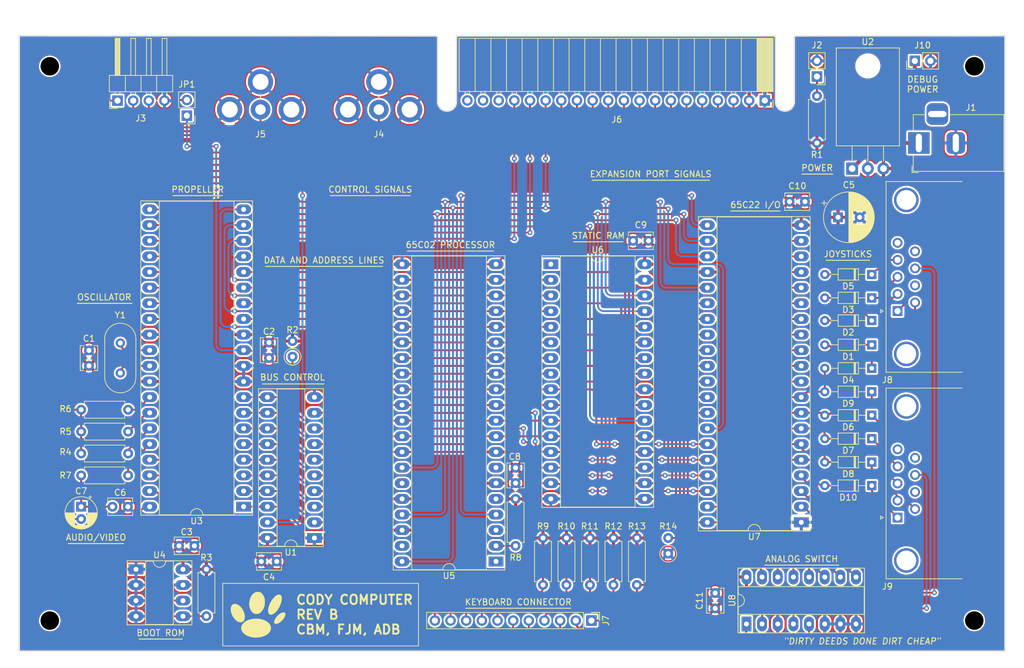
<source format=kicad_pcb>
(kicad_pcb (version 20211014) (generator pcbnew)
  (title_block (title "Cody Computer Motherboard") (date "2025-01-10") (rev "B"))
  (layers (0 "F.Cu" signal) (31 "B.Cu" signal) (34 "B.Paste" user) (35 "F.Paste" user) (36 "B.SilkS" user "B.Silkscreen") (37 "F.SilkS" user "F.Silkscreen") (38 "B.Mask" user) (39 "F.Mask" user) (44 "Edge.Cuts" user))
  (net 0 "")
  (net 1 "Net-(D1-Pad1)")
  (net 2 "/65C22 and IO/COL4")
  (net 3 "Net-(D2-Pad1)")
  (net 4 "/65C22 and IO/COL3")
  (net 5 "Net-(D3-Pad1)")
  (net 6 "/65C22 and IO/COL2")
  (net 7 "Net-(D4-Pad1)")
  (net 8 "/65C22 and IO/COL5")
  (net 9 "Net-(D5-Pad1)")
  (net 10 "/65C22 and IO/COL1")
  (net 11 "Net-(D6-Pad1)")
  (net 12 "Net-(D7-Pad1)")
  (net 13 "Net-(D8-Pad1)")
  (net 14 "Net-(D9-Pad1)")
  (net 15 "Net-(D10-Pad1)")
  (net 16 "GND")
  (net 17 "+3V3")
  (net 18 "/65C22 and IO/CARTIN")
  (net 19 "/65C22 and IO/CARTOUT")
  (net 20 "/65C22 and IO/EXP0{slash}SCLK")
  (net 21 "/65C22 and IO/EXP1{slash}MOSI")
  (net 22 "/65C22 and IO/EXP2{slash}MISO")
  (net 23 "/65C22 and IO/EXP3{slash}~{CS}")
  (net 24 "/65C22 and IO/EXP4{slash}SIZE")
  (net 25 "/65C22 and IO/EXP5")
  (net 26 "/65C22 and IO/EXP6")
  (net 27 "/65C22 and IO/EXP7")
  (net 28 "/65C22 and IO/EXC1")
  (net 29 "/65C22 and IO/EXC2")
  (net 30 "~{RESET}")
  (net 31 "/65C22 and IO/ROW1")
  (net 32 "/65C22 and IO/ROW2")
  (net 33 "/65C22 and IO/ROW3")
  (net 34 "/65C22 and IO/ROW4")
  (net 35 "/65C22 and IO/ROW5")
  (net 36 "/65C22 and IO/ROW6")
  (net 37 "A0")
  (net 38 "A1")
  (net 39 "A2")
  (net 40 "A3")
  (net 41 "A4")
  (net 42 "A5")
  (net 43 "A6")
  (net 44 "A7")
  (net 45 "D7")
  (net 46 "D6")
  (net 47 "D5")
  (net 48 "D4")
  (net 49 "D3")
  (net 50 "D2")
  (net 51 "D1")
  (net 52 "D0")
  (net 53 "Net-(U1-Pad19)")
  (net 54 "/Propeller, Video, Audio, Power/VIN")
  (net 55 "Net-(J3-Pad3)")
  (net 56 "A8")
  (net 57 "A9")
  (net 58 "A10")
  (net 59 "A11")
  (net 60 "A12")
  (net 61 "A13")
  (net 62 "A14")
  (net 63 "A15")
  (net 64 "PHI2")
  (net 65 "RWB")
  (net 66 "~{IOSEL}")
  (net 67 "~{RAMSEL}")
  (net 68 "UARTRX")
  (net 69 "UARTTX")
  (net 70 "Net-(U3-Pad30)")
  (net 71 "Net-(U3-Pad31)")
  (net 72 "Net-(R6-Pad2)")
  (net 73 "Net-(R4-Pad2)")
  (net 74 "Net-(U3-Pad37)")
  (net 75 "Net-(R3-Pad1)")
  (net 76 "Net-(J3-Pad2)")
  (net 77 "Net-(J3-Pad1)")
  (net 79 "Net-(R8-Pad1)")
  (net 81 "~{IRQ}")
  (net 87 "/65C22 and IO/ROWNUM0")
  (net 88 "/65C22 and IO/ROWNUM1")
  (net 89 "/65C22 and IO/ROWNUM2")
  (net 90 "/65C22 and IO/JOY2")
  (net 91 "/65C22 and IO/JOY1")
  (net 92 "Net-(J4-Pad1)")
  (net 93 "Net-(C7-Pad2)")
  (net 94 "Net-(C6-Pad1)")
  (net 101 "Net-(J2-Pad1)")
  (net 102 "Net-(JP1-Pad1)")
  (net 103 "Net-(R5-Pad2)")
  (net 104 "Net-(R7-Pad2)")
  (footprint "Package_DIP:DIP-40_W15.24mm_Socket_LongPads" (layer "F.Cu") (at 185.42 126.36 180)
    (fp_text reference "U7")
    (fp_text value "W65C22SxP")
  )
  (footprint "Connector_PinSocket_2.54mm:PinSocket_1x20_P2.54mm_Horizontal" (layer "F.Cu") (at 179.503 57.862 -90)
    (fp_text reference "J6")
    (fp_text value "Cody Expansion/Cartridge Port")
  )
  (footprint "Package_DIP:DIP-8_W7.62mm_Socket_LongPads" (layer "F.Cu") (at 77.48 133.99)
    (fp_text reference "U4")
    (fp_text value "24LC256")
  )
  (footprint "Connector_PinHeader_2.54mm:PinHeader_1x02_P2.54mm_Vertical" (layer "F.Cu") (at 85.73 60.32 180)
    (fp_text reference "JP1")
    (fp_text value "Developer Mode Enable")
  )
  (footprint "Diode_THT:D_DO-34_SOD68_P7.62mm_Horizontal" (layer "F.Cu") (at 196.855 105.15425 180)
    (fp_text reference "D9")
    (fp_text value "1N4148")
  )
  (footprint "Package_TO_SOT_THT:TO-220-3_Horizontal_TabDown" (layer "F.Cu") (at 193.675 68.915)
    (fp_text reference "U2")
    (fp_text value "LM2937ET-3.3")
  )
  (footprint "Diode_THT:D_DO-34_SOD68_P7.62mm_Horizontal" (layer "F.Cu") (at 196.855 93.594 180)
    (fp_text reference "D2")
    (fp_text value "1N4148")
  )
  (footprint "Cody_Components:CodyMountingBracket" (layer "F.Cu") (at 213.49 142.31)
    (fp_text reference "REF**" hide)
    (fp_text value "CodyMountingBracket")
  )
  (footprint "Cody_Components:CodyPawprint" (layer "F.Cu") (at 97.282 141.346)
    (fp_text reference "G***" hide)
    (fp_text value "LOGO" hide)
  )
  (footprint "Capacitor_THT:C_Disc_D3.8mm_W2.6mm_P2.50mm" (layer "F.Cu") (at 183.515 74.29)
    (fp_text reference "C10")
    (fp_text value "0.1uF")
  )
  (footprint "Resistor_THT:R_Axial_DIN0207_L6.3mm_D2.5mm_P7.62mm_Horizontal" (layer "F.Cu") (at 88.9 141.6 90)
    (fp_text reference "R3")
    (fp_text value "10K")
  )
  (footprint "Connector_Dsub:DSUB-9_Male_Horizontal_P2.77x2.84mm_EdgePinOffset7.70mm_Housed_MountingHolesOffset9.12mm" (layer "F.Cu") (at 201.041 125.58475 90)
    (fp_text reference "J9")
    (fp_text value "Joystick 2")
  )
  (footprint "Package_DIP:DIP-16_W7.62mm_Socket_LongPads" (layer "F.Cu") (at 176.52 142.86 90)
    (fp_text reference "U8")
    (fp_text value "4051")
  )
  (footprint "Capacitor_THT:CP_Radial_D8.0mm_P3.50mm" (layer "F.Cu") (at 191.387349 76.83)
    (fp_text reference "C5")
    (fp_text value "1000uF")
  )
  (footprint "Package_DIP:DIP-32_W15.24mm_Socket_LongPads" (layer "F.Cu") (at 144.78 84.45)
    (fp_text reference "U6")
    (fp_text value "AS6C1008")
  )
  (footprint "Diode_THT:D_DO-34_SOD68_P7.62mm_Horizontal" (layer "F.Cu") (at 196.855 101.34425 180)
    (fp_text reference "D4")
    (fp_text value "1N4148")
  )
  (footprint "Capacitor_THT:C_Disc_D3.8mm_W2.6mm_P2.50mm" (layer "F.Cu") (at 171.45 140.33 90)
    (fp_text reference "C11")
    (fp_text value "0.1uF")
  )
  (footprint "Diode_THT:D_DO-34_SOD68_P7.62mm_Horizontal" (layer "F.Cu") (at 196.855 89.91425 180)
    (fp_text reference "D3")
    (fp_text value "1N4148")
  )
  (footprint "Connector_Dsub:DSUB-9_Male_Horizontal_P2.77x2.84mm_EdgePinOffset7.70mm_Housed_MountingHolesOffset9.12mm" (layer "F.Cu") (at 201.041 92.0525 90)
    (fp_text reference "J8")
    (fp_text value "Joystick 1")
  )
  (footprint "Resistor_THT:R_Axial_DIN0207_L6.3mm_D2.5mm_P7.62mm_Horizontal" (layer "F.Cu") (at 68.58 111.628)
    (fp_text reference "R5")
    (fp_text value "560")
  )
  (footprint "Cody_Components:CodyMountingBracket" (layer "F.Cu") (at 63.49 52.31)
    (fp_text reference "REF**" hide)
    (fp_text value "CodyMountingBracket")
  )
  (footprint "Diode_THT:D_DO-34_SOD68_P7.62mm_Horizontal" (layer "F.Cu") (at 196.855 108.96425 180)
    (fp_text reference "D6")
    (fp_text value "1N4148")
  )
  (footprint "Connector_PinHeader_2.54mm:PinHeader_1x11_P2.54mm_Vertical" (layer "F.Cu") (at 151.3713 142.31 -90)
    (fp_text reference "J7")
    (fp_text value "Keyboard Connector")
  )
  (footprint "Resistor_THT:R_Axial_DIN0207_L6.3mm_D2.5mm_P7.62mm_Horizontal" (layer "F.Cu") (at 139.065 130.17 90)
    (fp_text reference "R8")
    (fp_text value "3.3K")
  )
  (footprint "Capacitor_THT:C_Disc_D3.8mm_W2.6mm_P2.50mm" (layer "F.Cu") (at 73.66 123.82)
    (fp_text reference "C6")
    (fp_text value "0.1uF")
  )
  (footprint "Capacitor_THT:C_Disc_D3.8mm_W2.6mm_P2.50mm" (layer "F.Cu") (at 97.81 132.71)
    (fp_text reference "C4")
    (fp_text value "0.1uF")
  )
  (footprint "Connector_PinHeader_2.54mm:PinHeader_1x02_P2.54mm_Vertical" (layer "F.Cu") (at 203.835 51.435 90)
    (fp_text reference "J10")
    (fp_text value "Debug Power (Do Not Populate)")
  )
  (footprint "Diode_THT:D_DO-34_SOD68_P7.62mm_Horizontal" (layer "F.Cu") (at 196.855 97.53425 180)
    (fp_text reference "D1")
    (fp_text value "1N4148")
  )
  (footprint "Connector_PinHeader_2.54mm:PinHeader_1x04_P2.54mm_Horizontal" (layer "F.Cu") (at 74.48055 57.8878 90)
    (fp_text reference "J3")
    (fp_text value "PropPlug")
  )
  (footprint "Diode_THT:D_DO-34_SOD68_P7.62mm_Horizontal" (layer "F.Cu") (at 196.855 116.58425 180)
    (fp_text reference "D8")
    (fp_text value "1N4148")
  )
  (footprint "Connector_PinHeader_2.54mm:PinHeader_1x02_P2.54mm_Vertical" (layer "F.Cu") (at 187.96 53.975 180)
    (fp_text reference "J2")
    (fp_text value "Power LED")
  )
  (footprint "Resistor_THT:R_Axial_DIN0207_L6.3mm_D2.5mm_P7.62mm_Horizontal" (layer "F.Cu") (at 68.58 115.184)
    (fp_text reference "R4")
    (fp_text value "270")
  )
  (footprint "Crystal:Crystal_HC49-U_Vertical" (layer "F.Cu") (at 74.93 97.24 -90)
    (fp_text reference "Y1")
    (fp_text value "5MHz")
  )
  (footprint "Diode_THT:D_DO-34_SOD68_P7.62mm_Horizontal" (layer "F.Cu") (at 196.855 112.77425 180)
    (fp_text reference "D7")
    (fp_text value "1N4148")
  )
  (footprint "Resistor_THT:R_Axial_DIN0207_L6.3mm_D2.5mm_P7.62mm_Horizontal" (layer "F.Cu") (at 187.96 57.145 -90)
    (fp_text reference "R1")
    (fp_text value "1K")
  )
  (footprint "Capacitor_THT:C_Disc_D3.8mm_W2.6mm_P2.50mm" (layer "F.Cu") (at 84.455 130.175)
    (fp_text reference "C3")
    (fp_text value "0.1uF")
  )
  (footprint "Cody_Components:CodyMountingBracket" (layer "F.Cu") (at 63.49 142.31)
    (fp_text reference "REF**" hide)
    (fp_text value "CodyMountingBracket")
  )
  (footprint "Connector_BarrelJack:BarrelJack_Horizontal" (layer "F.Cu") (at 204.49 64.76375 180)
    (fp_text reference "J1")
    (fp_text value "Barrel_Jack")
  )
  (footprint "Resistor_THT:R_Axial_DIN0207_L6.3mm_D2.5mm_P7.62mm_Horizontal" (layer "F.Cu") (at 154.94 136.52 90)
    (fp_text reference "R12")
    (fp_text value "10K")
  )
  (footprint "Resistor_THT:R_Axial_DIN0207_L6.3mm_D2.5mm_P7.62mm_Horizontal" (layer "F.Cu") (at 143.51 136.52 90)
    (fp_text reference "R9")
    (fp_text value "10K")
  )
  (footprint "Capacitor_THT:C_Disc_D3.8mm_W2.6mm_P2.50mm" (layer "F.Cu") (at 160.635 80.64 180)
    (fp_text reference "C9")
    (fp_text value "0.1uF")
  )
  (footprint "Resistor_THT:R_Axial_DIN0207_L6.3mm_D2.5mm_P2.54mm_Vertical" (layer "F.Cu") (at 102.87 99.465 90)
    (fp_text reference "R2")
    (fp_text value "10K")
  )
  (footprint "Resistor_THT:R_Axial_DIN0207_L6.3mm_D2.5mm_P7.62mm_Horizontal" (layer "F.Cu") (at 147.32 136.52 90)
    (fp_text reference "R10")
    (fp_text value "10K")
  )
  (footprint "Diode_THT:D_DO-34_SOD68_P7.62mm_Horizontal" (layer "F.Cu") (at 196.855 120.39425 180)
    (fp_text reference "D10")
    (fp_text value "1N4148")
  )
  (footprint "Package_DIP:DIP-20_W7.62mm_Socket_LongPads" (layer "F.Cu") (at 106.426 128.9 180)
    (fp_text reference "U1")
    (fp_text value "74HC541")
  )
  (footprint "Package_DIP:DIP-40_W15.24mm_Socket_LongPads" (layer "F.Cu") (at 135.89 132.71 180)
    (fp_text reference "U5")
    (fp_text value "W65C02SxP")
  )
  (footprint "Resistor_THT:R_Axial_DIN0207_L6.3mm_D2.5mm_P7.62mm_Horizontal" (layer "F.Cu") (at 68.58 108.072)
    (fp_text reference "R6")
    (fp_text value "1.1K")
  )
  (footprint "Capacitor_THT:C_Disc_D3.8mm_W2.6mm_P2.50mm" (layer "F.Cu") (at 69.85 100.94 90)
    (fp_text reference "C1")
    (fp_text value "0.1uF")
  )
  (footprint "Resistor_THT:R_Axial_DIN0207_L6.3mm_D2.5mm_P7.62mm_Horizontal" (layer "F.Cu") (at 158.75 136.52 90)
    (fp_text reference "R13")
    (fp_text value "10K")
  )
  (footprint "Package_DIP:DIP-40_W15.24mm_Socket_LongPads" (layer "F.Cu") (at 94.94 123.815 180)
    (fp_text reference "U3")
    (fp_text value "P8X32A-D40")
  )
  (footprint "Resistor_THT:R_Axial_DIN0207_L6.3mm_D2.5mm_P2.54mm_Vertical" (layer "F.Cu") (at 163.83 131.44 90)
    (fp_text reference "R14")
    (fp_text value "10K")
  )
  (footprint "Cody_Components:CodyMountingBracket" (layer "F.Cu") (at 213.49 52.31)
    (fp_text reference "REF**" hide)
    (fp_text value "CodyMountingBracket")
  )
  (footprint "Cody_Components:CodyRCAJack" (layer "F.Cu") (at 116.88035 59.3378)
    (fp_text reference "J4")
    (fp_text value "Video Out")
  )
  (footprint "Cody_Components:CodyRCAJack" (layer "F.Cu") (at 97.67795 59.3378)
    (fp_text reference "J5")
    (fp_text value "Audio Out")
  )
  (footprint "Resistor_THT:R_Axial_DIN0207_L6.3mm_D2.5mm_P7.62mm_Horizontal" (layer "F.Cu") (at 151.13 136.52 90)
    (fp_text reference "R11")
    (fp_text value "10K")
  )
  (footprint "Capacitor_THT:CP_Radial_D5.0mm_P2.00mm" (layer "F.Cu") (at 68.58 123.82 -90)
    (fp_text reference "C7")
    (fp_text value "10uF")
  )
  (footprint "Capacitor_THT:C_Disc_D3.8mm_W2.6mm_P2.50mm" (layer "F.Cu") (at 99.06 97.17 -90)
    (fp_text reference "C2")
    (fp_text value "0.1uF")
  )
  (footprint "Diode_THT:D_DO-34_SOD68_P7.62mm_Horizontal" (layer "F.Cu") (at 196.855 86.10425 180)
    (fp_text reference "D5")
    (fp_text value "1N4148")
  )
  (footprint "Capacitor_THT:C_Disc_D3.8mm_W2.6mm_P2.50mm" (layer "F.Cu") (at 139.065 117.49 -90)
    (fp_text reference "C8")
    (fp_text value "0.1uF")
  )
  (footprint "Resistor_THT:R_Axial_DIN0207_L6.3mm_D2.5mm_P7.62mm_Horizontal" (layer "F.Cu") (at 68.58 118.74)
    (fp_text reference "R7")
    (fp_text value "220")
  )
  (gr_line (start 173.99 75.81) (end 181.99 75.81) (layer "F.SilkS") (width 0.15))
  (gr_line (start 108.99 73.31) (end 121.99 73.31) (layer "F.SilkS") (width 0.15))
  (gr_line (start 185.52 69.81) (end 190.52 69.81) (layer "F.SilkS") (width 0.15))
  (gr_line (start 75.49 129.81) (end 66.49 129.81) (layer "F.SilkS") (width 0.15))
  (gr_rect (start 91.553275 136.266) (end 123.317 146.426) (layer "F.SilkS") (width 0.12) (fill none))
  (gr_line (start 97.99 103.89) (end 107.99 103.89) (layer "F.SilkS") (width 0.15))
  (gr_line (start 83.49 73.31) (end 91.49 73.31) (layer "F.SilkS") (width 0.15))
  (gr_line (start 98.49 84.81) (end 117.49 84.81) (layer "F.SilkS") (width 0.15))
  (gr_line (start 189.49 83.81) (end 196.49 83.81) (layer "F.SilkS") (width 0.15))
  (gr_line (start 77.99 145.31) (end 84.99 145.31) (layer "F.SilkS") (width 0.15))
  (gr_line (start 121.49 82.31) (end 135.49 82.31) (layer "F.SilkS") (width 0.15))
  (gr_line (start 67.945 90.805) (end 76.835 90.805) (layer "F.SilkS") (width 0.15))
  (gr_line (start 179.49 133.31) (end 191.49 133.31) (layer "F.SilkS") (width 0.15))
  (gr_line (start 130.99 140.31) (end 147.99 140.31) (layer "F.SilkS") (width 0.15))
  (gr_line (start 151.49 70.81) (end 170.49 70.81) (layer "F.SilkS") (width 0.15))
  (gr_line (start 148.49 80.81) (end 156.49 80.81) (layer "F.SilkS") (width 0.15))
  (gr_line (start 181.261 47.366) (end 181.261 58.058) (layer "Edge.Cuts") (width 0.1))
  (gr_arc (start 129.445 58.058) (mid 127.945 59.558) (end 126.445 58.058) (layer "Edge.Cuts") (width 0.1))
  (gr_line (start 58.49 47.31) (end 126.445 47.366) (layer "Edge.Cuts") (width 0.1))
  (gr_line (start 218.49 147.31) (end 58.49 147.31) (layer "Edge.Cuts") (width 0.1))
  (gr_line (start 184.261 47.366) (end 184.261 58.058) (layer "Edge.Cuts") (width 0.1))
  (gr_line (start 129.445 47.366) (end 129.445 58.058) (layer "Edge.Cuts") (width 0.1))
  (gr_line (start 184.261 47.366) (end 218.49 47.31) (layer "Edge.Cuts") (width 0.1))
  (gr_line (start 129.445 47.366) (end 181.261 47.366) (layer "Edge.Cuts") (width 0.1))
  (gr_line (start 218.49 47.31) (end 218.49 147.31) (layer "Edge.Cuts") (width 0.1))
  (gr_line (start 126.445 47.366) (end 126.445 58.058) (layer "Edge.Cuts") (width 0.1))
  (gr_arc (start 184.261 58.058) (mid 182.761 59.558) (end 181.261 58.058) (layer "Edge.Cuts") (width 0.1))
  (gr_line (start 58.49 147.31) (end 58.49 47.31) (layer "Edge.Cuts") (width 0.1))
  (gr_text "BOOT ROM" (at 81.49 144.31) (layer "F.SilkS") (effects (font (size 1 1))))
  (gr_text "DEBUG\nPOWER" (at 205.105 55.245) (layer "F.SilkS") (effects (font (size 1 1))))
  (gr_text "AUDIO/VIDEO" (at 70.99 128.81) (layer "F.SilkS") (effects (font (size 1 1))))
  (gr_text "KEYBOARD CONNECTOR" (at 139.49 139.31) (layer "F.SilkS") (effects (font (size 1 1))))
  (gr_text "JOYSTICKS" (at 192.99 82.81) (layer "F.SilkS") (effects (font (size 1 1))))
  (gr_text "ANALOG SWITCH" (at 185.49 132.31) (layer "F.SilkS") (effects (font (size 1 1))))
  (gr_text "65C02 PROCESSOR" (at 128.49 81.31) (layer "F.SilkS") (effects (font (size 1 1))))
  (gr_text "CODY COMPUTER\nREV B\nCBM, FJM, ADB" (at 103.307637 141.346) (layer "F.SilkS") (effects (font (size 1.5 1.5) (thickness 0.3)) (justify left)))
  (gr_text "65C22 I/O" (at 177.99 74.81) (layer "F.SilkS") (effects (font (size 1 1))))
  (gr_text "POWER" (at 187.99 68.81) (layer "F.SilkS") (effects (font (size 1 1))))
  (gr_text "BUS CONTROL" (at 102.87 102.81) (layer "F.SilkS") (effects (font (size 1 1))))
  (gr_text "{dblquote}DIRTY DEEDS DONE DIRT CHEAP{dblquote}" (at 195.326 145.664) (layer "F.SilkS") (effects (font (size 1 1) (thickness 0.15) italic)))
  (gr_text "OSCILLATOR" (at 72.335 89.805) (layer "F.SilkS") (effects (font (size 1 1))))
  (gr_text "DATA AND ADDRESS LINES" (at 107.99 83.81) (layer "F.SilkS") (effects (font (size 1 1))))
  (gr_text "CONTROL SIGNALS" (at 115.49 72.31) (layer "F.SilkS") (effects (font (size 1 1))))
  (gr_text "PROPELLER" (at 87.49 72.31) (layer "F.SilkS") (effects (font (size 1 1))))
  (gr_text "EXPANSION PORT SIGNALS" (at 160.99 69.81) (layer "F.SilkS") (effects (font (size 1 1))))
  (gr_text "STATIC RAM" (at 152.49 79.81) (layer "F.SilkS") (effects (font (size 1 1))))
  (segment (start 196.855 97.53425) (end 196.039169 97.53425) (width 0.3048) (layer "F.Cu") (net 1))
  (segment (start 195.039169 96.53425) (end 195.039169 84.7425) (width 0.3048) (layer "F.Cu") (net 1))
  (segment (start 196.039169 83.7425) (end 201.041 83.7425) (width 0.3048) (layer "F.Cu") (net 1))
  (arc (start 196.039169 97.53425) (mid 195.332062 97.241357) (end 195.039169 96.53425) (width 0.3048) (layer "F.Cu") (net 1))
  (arc (start 195.039169 84.7425) (mid 195.332062 84.035393) (end 196.039169 83.7425) (width 0.3048) (layer "F.Cu") (net 1))
  (segment (start 185.42 108.58) (end 189.235 108.58) (width 0.3048) (layer "F.Cu") (net 2))
  (segment (start 128.5113 139.566809) (end 128.5113 142.31) (width 0.3048) (layer "F.Cu") (net 2))
  (segment (start 180.975 128.28277) (end 180.975 109.58) (width 0.3048) (layer "F.Cu") (net 2))
  (segment (start 147.32 136.52) (end 147.32 137.566809) (width 0.3048) (layer "F.Cu") (net 2))
  (segment (start 180.96889 128.28888) (end 180.975 128.28277) (width 0.3048) (layer "F.Cu") (net 2))
  (segment (start 146.32 138.566809) (end 129.5113 138.566809) (width 0.3048) (layer "F.Cu") (net 2))
  (segment (start 148.221746 133.982407) (end 148.317593 133.982407) (width 0.3048) (layer "F.Cu") (net 2))
  (segment (start 190.441711 98.53425) (end 190.441711 107.96425) (width 0.3048) (layer "F.Cu") (net 2))
  (segment (start 181.975 108.58) (end 185.42 108.58) (width 0.3048) (layer "F.Cu") (net 2))
  (segment (start 166.038234 133.687107) (end 170.143568 129.581773) (width 0.3048) (layer "F.Cu") (net 2))
  (segment (start 189.441711 108.96425) (end 189.235 108.96425) (width 0.3048) (layer "F.Cu") (net 2))
  (segment (start 148.32 133.98) (end 165.331127 133.98) (width 0.3048) (layer "F.Cu") (net 2))
  (segment (start 189.235 108.58) (end 189.235 108.96425) (width 0.3048) (layer "F.Cu") (net 2))
  (segment (start 189.235 97.53425) (end 189.441711 97.53425) (width 0.3048) (layer "F.Cu") (net 2))
  (segment (start 148.317593 133.982407) (end 148.32 133.98) (width 0.3048) (layer "F.Cu") (net 2))
  (segment (start 170.850675 129.28888) (end 179.96889 129.28888) (width 0.3048) (layer "F.Cu") (net 2))
  (segment (start 147.32 136.52) (end 147.32 134.98) (width 0.3048) (layer "F.Cu") (net 2))
  (arc (start 166.038234 133.687107) (mid 165.713811 133.90388) (end 165.331127 133.98) (width 0.3048) (layer "F.Cu") (net 2))
  (arc (start 147.32 137.566809) (mid 147.027104 138.27391) (end 146.32 138.566809) (width 0.3048) (layer "F.Cu") (net 2))
  (arc (start 189.441711 97.53425) (mid 190.148818 97.827143) (end 190.441711 98.53425) (width 0.3048) (layer "F.Cu") (net 2))
  (arc (start 189.441711 108.96425) (mid 190.148818 108.671357) (end 190.441711 107.96425) (width 0.3048) (layer "F.Cu") (net 2))
  (arc (start 128.5113 139.566809) (mid 128.804193 138.859702) (end 129.5113 138.566809) (width 0.3048) (layer "F.Cu") (net 2))
  (arc (start 147.32 134.98) (mid 147.579049 134.308441) (end 148.221746 133.982407) (width 0.3048) (layer "F.Cu") (net 2))
  (arc (start 170.143568 129.581773) (mid 170.46799 129.365002) (end 170.850675 129.28888) (width 0.3048) (layer "F.Cu") (net 2))
  (arc (start 180.975 109.58) (mid 181.267893 108.872893) (end 181.975 108.58) (width 0.3048) (layer "F.Cu") (net 2))
  (arc (start 179.96889 129.28888) (mid 180.675997 128.995987) (end 180.96889 128.28888) (width 0.3048) (layer "F.Cu") (net 2))
  (segment (start 195.648289 91.973075) (end 195.648289 89.113925) (width 0.3048) (layer "F.Cu") (net 3))
  (segment (start 195.941182 88.406818) (end 196.049107 88.298893) (width 0.3048) (layer "F.Cu") (net 3))
  (segment (start 196.756214 88.006) (end 199.133286 88.006) (width 0.3048) (layer "F.Cu") (net 3))
  (segment (start 199.840393 87.713107) (end 201.041 86.5125) (width 0.3048) (layer "F.Cu") (net 3))
  (segment (start 196.855 93.594) (end 195.941182 92.680182) (width 0.3048) (layer "F.Cu") (net 3))
  (arc (start 195.941182 92.680182) (mid 195.724409 92.355759) (end 195.648289 91.973075) (width 0.3048) (layer "F.Cu") (net 3))
  (arc (start 196.756214 88.006) (mid 196.373531 88.08212) (end 196.049107 88.298893) (width 0.3048) (layer "F.Cu") (net 3))
  (arc (start 199.133286 88.006) (mid 199.515969 87.92988) (end 199.840393 87.713107) (width 0.3048) (layer "F.Cu") (net 3))
  (arc (start 195.941182 88.406818) (mid 195.724409 88.731241) (end 195.648289 89.113925) (width 0.3048) (layer "F.Cu") (net 3))
  (segment (start 171.004726 129.900411) (end 171.102981 129.898) (width 0.3048) (layer "F.Cu") (net 4))
  (segment (start 152.13 134.615) (end 152.268 134.615) (width 0.3048) (layer "F.Cu") (net 4))
  (segment (start 152.268 134.615) (end 152.273 134.62) (width 0.3048) (layer "F.Cu") (net 4))
  (segment (start 151.13 136.52) (end 151.13 138.175929) (width 0.3048) (layer "F.Cu") (net 4))
  (segment (start 166.25966 134.327107) (end 170.395874 130.190893) (width 0.3048) (layer "F.Cu") (net 4))
  (segment (start 185.42 111.12) (end 188.235 111.12) (width 0.3048) (layer "F.Cu") (net 4))
  (segment (start 189.235 93.594) (end 190.050831 93.594) (width 0.3048) (layer "F.Cu") (net 4))
  (segment (start 181.61 128.891891) (end 181.61 112.12) (width 0.3048) (layer "F.Cu") (net 4))
  (segment (start 150.13 139.175929) (end 132.0513 139.175929) (width 0.3048) (layer "F.Cu") (net 4))
  (segment (start 170.395874 130.190893) (end 170.467054 130.123121) (width 0.3048) (layer "F.Cu") (net 4))
  (segment (start 190.050831 112.77425) (end 189.235 112.77425) (width 0.3048) (layer "F.Cu") (net 4))
  (segment (start 170.630445 130.013948) (end 170.811994 129.938749) (width 0.3048) (layer "F.Cu") (net 4))
  (segment (start 151.13 136.52) (end 151.13 135.615) (width 0.3048) (layer "F.Cu") (net 4))
  (segment (start 170.811994 129.938749) (end 171.004726 129.900411) (width 0.3048) (layer "F.Cu") (net 4))
  (segment (start 131.0513 140.175929) (end 131.0513 142.31) (width 0.3048) (layer "F.Cu") (net 4))
  (segment (start 189.235 112.12) (end 189.235 112.77425) (width 0.3048) (layer "F.Cu") (net 4))
  (segment (start 191.050831 94.594) (end 191.050831 111.77425) (width 0.3048) (layer "F.Cu") (net 4))
  (segment (start 171.102981 129.898) (end 180.60389 129.898001) (width 0.3048) (layer "F.Cu") (net 4))
  (segment (start 182.61 111.12) (end 185.42 111.12) (width 0.3048) (layer "F.Cu") (net 4))
  (segment (start 170.467054 130.123121) (end 170.630445 130.013948) (width 0.3048) (layer "F.Cu") (net 4))
  (segment (start 181.60389 128.898001) (end 181.61 128.891891) (width 0.3048) (layer "F.Cu") (net 4))
  (segment (start 152.273 134.62) (end 165.552553 134.62) (width 0.3048) (layer "F.Cu") (net 4))
  (arc (start 191.050831 111.77425) (mid 190.757938 112.481357) (end 190.050831 112.77425) (width 0.3048) (layer "F.Cu") (net 4))
  (arc (start 188.235 111.12) (mid 188.942107 111.412893) (end 189.235 112.12) (width 0.3048) (layer "F.Cu") (net 4))
  (arc (start 165.552553 134.62) (mid 165.935236 134.54388) (end 166.25966 134.327107) (width 0.3048) (layer "F.Cu") (net 4))
  (arc (start 151.13 138.175929) (mid 150.837107 138.883036) (end 150.13 139.175929) (width 0.3048) (layer "F.Cu") (net 4))
  (arc (start 181.61 112.12) (mid 181.902893 111.412893) (end 182.61 111.12) (width 0.3048) (layer "F.Cu") (net 4))
  (arc (start 180.60389 129.898001) (mid 181.310997 129.605108) (end 181.60389 128.898001) (width 0.3048) (layer "F.Cu") (net 4))
  (arc (start 151.13 135.615) (mid 151.422893 134.907893) (end 152.13 134.615) (width 0.3048) (layer "F.Cu") (net 4))
  (arc (start 191.050831 94.594) (mid 190.757938 93.886893) (end 190.050831 93.594) (width 0.3048) (layer "F.Cu") (net 4))
  (arc (start 132.0513 139.175929) (mid 131.344193 139.468822) (end 131.0513 140.175929) (width 0.3048) (layer "F.Cu") (net 4))
  (segment (start 201.041 89.2825) (end 200.702143 89.621357) (width 0.3048) (layer "F.Cu") (net 5))
  (segment (start 199.995036 89.91425) (end 196.855 89.91425) (width 0.3048) (layer "F.Cu") (net 5))
  (arc (start 199.995036 89.91425) (mid 200.377719 89.83813) (end 200.702143 89.621357) (width 0.3048) (layer "F.Cu") (net 5))
  (segment (start 155.165119 135.614072) (end 155.055945 135.777463) (width 0.3048) (layer "F.Cu") (net 6))
  (segment (start 189.235 115.93) (end 189.235 116.58425) (width 0.3048) (layer "F.Cu") (net 6))
  (segment (start 155.649013 135.290744) (end 155.467463 135.365945) (width 0.3048) (layer "F.Cu") (net 6))
  (segment (start 190.659951 89.91425) (end 189.235 89.91425) (width 0.3048) (layer "F.Cu") (net 6))
  (segment (start 185.42 113.66) (end 183.245 113.66) (width 0.3048) (layer "F.Cu") (net 6))
  (segment (start 171.257032 130.509528) (end 171.064299 130.547865) (width 0.3048) (layer "F.Cu") (net 6))
  (segment (start 154.980744 135.959013) (end 154.942407 136.151746) (width 0.3048) (layer "F.Cu") (net 6))
  (segment (start 155.467463 135.365945) (end 155.304072 135.475119) (width 0.3048) (layer "F.Cu") (net 6))
  (segment (start 181.23889 130.507121) (end 171.355286 130.50712) (width 0.3048) (layer "F.Cu") (net 6))
  (segment (start 155.055945 135.777463) (end 154.980744 135.959013) (width 0.3048) (layer "F.Cu") (net 6))
  (segment (start 155.304072 135.475119) (end 155.165119 135.614072) (width 0.3048) (layer "F.Cu") (net 6))
  (segment (start 153.94 139.785049) (end 134.5913 139.785049) (width 0.3048) (layer "F.Cu") (net 6))
  (segment (start 170.719358 130.732239) (end 170.648179 130.800013) (width 0.3048) (layer "F.Cu") (net 6))
  (segment (start 182.245 129.501011) (end 182.23889 129.507121) (width 0.3048) (layer "F.Cu") (net 6))
  (segment (start 191.659951 115.58425) (end 191.659951 90.91425) (width 0.3048) (layer "F.Cu") (net 6))
  (segment (start 133.5913 140.785049) (end 133.5913 142.31) (width 0.3048) (layer "F.Cu") (net 6))
  (segment (start 189.235 116.58425) (end 190.659951 116.58425) (width 0.3048) (layer "F.Cu") (net 6))
  (segment (start 170.648179 130.800013) (end 166.491085 134.957107) (width 0.3048) (layer "F.Cu") (net 6))
  (segment (start 155.841746 135.252407) (end 155.649013 135.290744) (width 0.3048) (layer "F.Cu") (net 6))
  (segment (start 171.064299 130.547865) (end 170.882749 130.623065) (width 0.3048) (layer "F.Cu") (net 6))
  (segment (start 154.942407 136.151746) (end 154.94 136.25) (width 0.3048) (layer "F.Cu") (net 6))
  (segment (start 155.94 135.25) (end 155.841746 135.252407) (width 0.3048) (layer "F.Cu") (net 6))
  (segment (start 186.42 114.93) (end 188.235 114.93) (width 0.3048) (layer "F.Cu") (net 6))
  (segment (start 170.882749 130.623065) (end 170.719358 130.732239) (width 0.3048) (layer "F.Cu") (net 6))
  (segment (start 165.783978 135.25) (end 155.94 135.25) (width 0.3048) (layer "F.Cu") (net 6))
  (segment (start 171.355286 130.50712) (end 171.257032 130.509528) (width 0.3048) (layer "F.Cu") (net 6))
  (segment (start 185.42 113.66) (end 185.42 113.93) (width 0.3048) (layer "F.Cu") (net 6))
  (segment (start 182.245 114.66) (end 182.245 129.501011) (width 0.3048) (layer "F.Cu") (net 6))
  (segment (start 154.94 136.52) (end 154.94 138.785049) (width 0.3048) (layer "F.Cu") (net 6))
  (segment (start 154.94 136.25) (end 154.94 136.52) (width 0.3048) (layer "F.Cu") (net 6))
  (arc (start 191.659951 115.58425) (mid 191.367058 116.291357) (end 190.659951 116.58425) (width 0.3048) (layer "F.Cu") (net 6))
  (arc (start 191.659951 90.91425) (mid 191.367058 90.207143) (end 190.659951 89.91425) (width 0.3048) (layer "F.Cu") (net 6))
  (arc (start 182.23889 129.507121) (mid 181.945997 130.214228) (end 181.23889 130.507121) (width 0.3048) (layer "F.Cu") (net 6))
  (arc (start 185.42 113.93) (mid 185.712893 114.637107) (end 186.42 114.93) (width 0.3048) (layer "F.Cu") (net 6))
  (arc (start 154.94 138.785049) (mid 154.647107 139.492156) (end 153.94 139.785049) (width 0.3048) (layer "F.Cu") (net 6))
  (arc (start 188.235 114.93) (mid 188.942107 115.222893) (end 189.235 115.93) (width 0.3048) (layer "F.Cu") (net 6))
  (arc (start 165.783978 135.25) (mid 166.166661 135.17388) (end 166.491085 134.957107) (width 0.3048) (layer "F.Cu") (net 6))
  (arc (start 183.245 113.66) (mid 182.537893 113.952893) (end 182.245 114.66) (width 0.3048) (layer "F.Cu") (net 6))
  (arc (start 134.5913 139.785049) (mid 133.884193 140.077942) (end 133.5913 140.785049) (width 0.3048) (layer "F.Cu") (net 6))
  (segment (start 197.147893 99.804199) (end 203.588107 93.363985) (width 0.3048) (layer "F.Cu") (net 7))
  (segment (start 196.855 101.34425) (end 196.855 100.511306) (width 0.3048) (layer "F.Cu") (net 7))
  (segment (start 203.881 92.656878) (end 203.881 90.6675) (width 0.3048) (layer "F.Cu") (net 7))
  (arc (start 203.588107 93.363985) (mid 203.80488 93.039562) (end 203.881 92.656878) (width 0.3048) (layer "F.Cu") (net 7))
  (arc (start 197.147893 99.804199) (mid 196.93112 100.128622) (end 196.855 100.511306) (width 0.3048) (layer "F.Cu") (net 7))
  (segment (start 143.734834 133.708838) (end 143.873838 133.569834) (width 0.3048) (layer "F.Cu") (net 8))
  (segment (start 165.811809 133.052107) (end 169.891263 128.972653) (width 0.3048) (layer "F.Cu") (net 8))
  (segment (start 186.719964 105.15425) (end 189.235 105.15425) (width 0.3048) (layer "F.Cu") (net 8))
  (segment (start 143.512041 134.24671) (end 143.550392 134.053906) (width 0.3048) (layer "F.Cu") (net 8))
  (segment (start 185.42 106.04) (end 186.012857 105.447143) (width 0.3048) (layer "F.Cu") (net 8))
  (segment (start 143.873838 133.569834) (end 144.037289 133.46062) (width 0.3048) (layer "F.Cu") (net 8))
  (segment (start 180.35977 127.67976) (end 180.36588 127.67365) (width 0.3048) (layer "F.Cu") (net 8))
  (segment (start 143.51 136.52) (end 143.51 136.957689) (width 0.3048) (layer "F.Cu") (net 8))
  (segment (start 144.218906 133.385392) (end 144.41171 133.347041) (width 0.3048) (layer "F.Cu") (net 8))
  (segment (start 189.235 105.15425) (end 189.235 101.34425) (width 0.3048) (layer "F.Cu") (net 8))
  (segment (start 180.36588 127.67365) (end 180.36588 107.04) (width 0.3048) (layer "F.Cu") (net 8))
  (segment (start 181.36588 106.04) (end 185.42 106.04) (width 0.3048) (layer "F.Cu") (net 8))
  (segment (start 144.41171 133.347041) (end 144.51 133.345) (width 0.3048) (layer "F.Cu") (net 8))
  (segment (start 142.51 137.957689) (end 126.9713 137.957689) (width 0.3048) (layer "F.Cu") (net 8))
  (segment (start 143.51 134.345) (end 143.512041 134.24671) (width 0.3048) (layer "F.Cu") (net 8))
  (segment (start 143.550392 134.053906) (end 143.62562 133.872289) (width 0.3048) (layer "F.Cu") (net 8))
  (segment (start 170.59837 128.67976) (end 179.35977 128.67976) (width 0.3048) (layer "F.Cu") (net 8))
  (segment (start 146.464532 133.345) (end 165.104702 133.345) (width 0.3048) (layer "F.Cu") (net 8))
  (segment (start 125.9713 138.957689) (end 125.9713 142.31) (width 0.3048) (layer "F.Cu") (net 8))
  (segment (start 144.51 133.345) (end 144.512041 133.347041) (width 0.3048) (layer "F.Cu") (net 8))
  (segment (start 144.512041 133.347041) (end 146.462491 133.347041) (width 0.3048) (layer "F.Cu") (net 8))
  (segment (start 144.037289 133.46062) (end 144.218906 133.385392) (width 0.3048) (layer "F.Cu") (net 8))
  (segment (start 143.51 136.52) (end 143.51 134.345) (width 0.3048) (layer "F.Cu") (net 8))
  (segment (start 146.462491 133.347041) (end 146.464532 133.345) (width 0.3048) (layer "F.Cu") (net 8))
  (segment (start 143.62562 133.872289) (end 143.734834 133.708838) (width 0.3048) (layer "F.Cu") (net 8))
  (arc (start 180.36588 107.04) (mid 180.658786 106.3329) (end 181.36588 106.04) (width 0.3048) (layer "F.Cu") (net 8))
  (arc (start 169.891263 128.972653) (mid 170.215687 128.75588) (end 170.59837 128.67976) (width 0.3048) (layer "F.Cu") (net 8))
  (arc (start 126.9713 137.957689) (mid 126.264193 138.250582) (end 125.9713 138.957689) (width 0.3048) (layer "F.Cu") (net 8))
  (arc (start 143.51 136.957689) (mid 143.217107 137.664796) (end 142.51 137.957689) (width 0.3048) (layer "F.Cu") (net 8))
  (arc (start 165.104702 133.345) (mid 165.487385 133.26888) (end 165.811809 133.052107) (width 0.3048) (layer "F.Cu") (net 8))
  (arc (start 179.35977 128.67976) (mid 180.066877 128.386867) (end 180.35977 127.67976) (width 0.3048) (layer "F.Cu") (net 8))
  (arc (start 186.719964 105.15425) (mid 186.337281 105.23037) (end 186.012857 105.447143) (width 0.3048) (layer "F.Cu") (net 8))
  (segment (start 201.305575 85.255789) (end 198.117675 85.255789) (width 0.3048) (layer "F.Cu") (net 9))
  (segment (start 197.410568 85.548682) (end 196.855 86.10425) (width 0.3048) (layer "F.Cu") (net 9))
  (segment (start 202.438 90.241286) (end 202.438 86.388214) (width 0.3048) (layer "F.Cu") (net 9))
  (segment (start 201.041 92.0525) (end 202.145107 90.948393) (width 0.3048) (layer "F.Cu") (net 9))
  (segment (start 202.145107 85.681107) (end 202.012682 85.548682) (width 0.3048) (layer "F.Cu") (net 9))
  (arc (start 198.117675 85.255789) (mid 197.734992 85.331909) (end 197.410568 85.548682) (width 0.3048) (layer "F.Cu") (net 9))
  (arc (start 202.145107 85.681107) (mid 202.36188 86.00553) (end 202.438 86.388214) (width 0.3048) (layer "F.Cu") (net 9))
  (arc (start 202.012682 85.548682) (mid 201.688259 85.331909) (end 201.305575 85.255789) (width 0.3048) (layer "F.Cu") (net 9))
  (arc (start 202.145107 90.948393) (mid 202.36188 90.62397) (end 202.438 90.241286) (width 0.3048) (layer "F.Cu") (net 9))
  (segment (start 136.1313 142.31) (end 136.1313 141.394169) (width 0.3048) (layer "F.Cu") (net 10))
  (segment (start 170.900485 131.409133) (end 166.082511 136.227107) (width 0.3048) (layer "F.Cu") (net 10))
  (segment (start 182.88 130.110131) (end 182.87389 130.116241) (width 0.3048) (layer "F.Cu") (net 10))
  (segment (start 137.1313 140.394169) (end 157.415831 140.394169) (width 0.3048) (layer "F.Cu") (net 10))
  (segment (start 181.87389 131.116241) (end 171.607592 131.11624) (width 0.3048) (layer "F.Cu") (net 10))
  (segment (start 189.235 86.10425) (end 191.269071 86.10425) (width 0.3048) (layer "F.Cu") (net 10))
  (segment (start 165.375404 136.52) (end 158.75 136.52) (width 0.3048) (layer "F.Cu") (net 10))
  (segment (start 158.75 139.06) (end 158.75 136.52) (width 0.3048) (layer "F.Cu") (net 10))
  (segment (start 182.88 117.2) (end 182.88 130.110131) (width 0.3048) (layer "F.Cu") (net 10))
  (segment (start 192.269071 87.10425) (end 192.269071 119.39425) (width 0.3048) (layer "F.Cu") (net 10))
  (segment (start 186.96 116.2) (end 185.42 116.2) (width 0.3048) (layer "F.Cu") (net 10))
  (segment (start 191.269071 120.39425) (end 189.235 120.39425) (width 0.3048) (layer "F.Cu") (net 10))
  (segment (start 185.42 116.2) (end 183.88 116.2) (width 0.3048) (layer "F.Cu") (net 10))
  (segment (start 187.96 119.39425) (end 187.96 117.2) (width 0.3048) (layer "F.Cu") (net 10))
  (arc (start 182.87389 130.116241) (mid 182.580997 130.823348) (end 181.87389 131.116241) (width 0.3048) (layer "F.Cu") (net 10))
  (arc (start 191.269071 120.39425) (mid 191.976178 120.101357) (end 192.269071 119.39425) (width 0.3048) (layer "F.Cu") (net 10))
  (arc (start 166.082511 136.227107) (mid 165.758088 136.44388) (end 165.375404 136.52) (width 0.3048) (layer "F.Cu") (net 10))
  (arc (start 191.269071 86.10425) (mid 191.976178 86.397143) (end 192.269071 87.10425) (width 0.3048) (layer "F.Cu") (net 10))
  (arc (start 183.88 116.2) (mid 183.172893 116.492893) (end 182.88 117.2) (width 0.3048) (layer "F.Cu") (net 10))
  (arc (start 186.96 116.2) (mid 187.667107 116.492893) (end 187.96 117.2) (width 0.3048) (layer "F.Cu") (net 10))
  (arc (start 171.607592 131.11624) (mid 171.224913 131.192365) (end 170.900485 131.409133) (width 0.3048) (layer "F.Cu") (net 10))
  (arc (start 188.96 120.39425) (mid 188.252893 120.101357) (end 187.96 119.39425) (width 0.3048) (layer "F.Cu") (net 10))
  (arc (start 136.1313 141.394169) (mid 136.424193 140.687062) (end 137.1313 140.394169) (width 0.3048) (layer "F.Cu") (net 10))
  (arc (start 157.415831 140.394169) (mid 158.359231 140.0034) (end 158.75 139.06) (width 0.3048) (layer "F.Cu") (net 10))
  (segment (start 196.855 108.96425) (end 198.843107 110.952357) (width 0.3048) (layer "F.Cu") (net 11))
  (segment (start 199.136 111.659464) (end 199.136 114.955536) (width 0.3048) (layer "F.Cu") (net 11))
  (segment (start 199.428893 115.662643) (end 201.041 117.27475) (width 0.3048) (layer "F.Cu") (net 11))
  (arc (start 199.428893 115.662643) (mid 199.21212 115.33822) (end 199.136 114.955536) (width 0.3048) (layer "F.Cu") (net 11))
  (arc (start 198.843107 110.952357) (mid 199.05988 111.27678) (end 199.136 111.659464) (width 0.3048) (layer "F.Cu") (net 11))
  (segment (start 198.374 116.963536) (end 198.374 114.707464) (width 0.3048) (layer "F.Cu") (net 12))
  (segment (start 201.041 120.04475) (end 198.666893 117.670643) (width 0.3048) (layer "F.Cu") (net 12))
  (segment (start 198.081107 114.000357) (end 196.855 112.77425) (width 0.3048) (layer "F.Cu") (net 12))
  (arc (start 198.081107 114.000357) (mid 198.29788 114.32478) (end 198.374 114.707464) (width 0.3048) (layer "F.Cu") (net 12))
  (arc (start 198.374 116.963536) (mid 198.45012 117.346219) (end 198.666893 117.670643) (width 0.3048) (layer "F.Cu") (net 12))
  (segment (start 197.147893 118.167418) (end 200.748107 121.767632) (width 0.3048) (layer "F.Cu") (net 13))
  (segment (start 201.041 122.474739) (end 201.041 122.81475) (width 0.3048) (layer "F.Cu") (net 13))
  (segment (start 196.855 116.58425) (end 196.855 117.460311) (width 0.3048) (layer "F.Cu") (net 13))
  (arc (start 200.748107 121.767632) (mid 200.96488 122.092055) (end 201.041 122.474739) (width 0.3048) (layer "F.Cu") (net 13))
  (arc (start 197.147893 118.167418) (mid 196.93112 117.842995) (end 196.855 117.460311) (width 0.3048) (layer "F.Cu") (net 13))
  (segment (start 202.272107 112.09864) (end 197.147893 106.974426) (width 0.3048) (layer "F.Cu") (net 14))
  (segment (start 203.881 124.19975) (end 202.857893 123.176643) (width 0.3048) (layer "F.Cu") (net 14))
  (segment (start 196.855 106.267319) (end 196.855 105.15425) (width 0.3048) (layer "F.Cu") (net 14))
  (segment (start 202.565 122.469536) (end 202.565 112.805747) (width 0.3048) (layer "F.Cu") (net 14))
  (arc (start 196.855 106.267319) (mid 196.93112 106.650002) (end 197.147893 106.974426) (width 0.3048) (layer "F.Cu") (net 14))
  (arc (start 202.272107 112.09864) (mid 202.48888 112.423063) (end 202.565 112.805747) (width 0.3048) (layer "F.Cu") (net 14))
  (arc (start 202.565 122.469536) (mid 202.64112 122.852219) (end 202.857893 123.176643) (width 0.3048) (layer "F.Cu") (net 14))
  (segment (start 197.147893 121.691643) (end 201.041 125.58475) (width 0.3048) (layer "F.Cu") (net 15))
  (segment (start 196.855 120.39425) (end 196.855 120.984536) (width 0.3048) (layer "F.Cu") (net 15))
  (arc (start 197.147893 121.691643) (mid 196.93112 121.36722) (end 196.855 120.984536) (width 0.3048) (layer "F.Cu") (net 15))
  (segment (start 163.83 128.9) (end 166.64 128.9) (width 0.3048) (layer "F.Cu") (net 18))
  (segment (start 150.023 67.305) (end 174.26 67.305) (width 0.3048) (layer "F.Cu") (net 18))
  (segment (start 168.64 126.36) (end 170.18 126.36) (width 0.3048) (layer "F.Cu") (net 18))
  (segment (start 175.26 68.305) (end 175.26 125.36) (width 0.3048) (layer "F.Cu") (net 18))
  (segment (start 149.023 57.862) (end 149.023 66.305) (width 0.3048) (layer "F.Cu") (net 18))
  (segment (start 174.26 126.36) (end 170.18 126.36) (width 0.3048) (layer "F.Cu") (net 18))
  (segment (start 167.64 127.9) (end 167.64 127.36) (width 0.3048) (layer "F.Cu") (net 18))
  (arc (start 175.26 68.305) (mid 174.967107 67.597893) (end 174.26 67.305) (width 0.3048) (layer "F.Cu") (net 18))
  (arc (start 167.64 127.9) (mid 167.347107 128.607107) (end 166.64 128.9) (width 0.3048) (layer "F.Cu") (net 18))
  (arc (start 175.26 125.36) (mid 174.967107 126.067107) (end 174.26 126.36) (width 0.3048) (layer "F.Cu") (net 18))
  (arc (start 168.64 126.36) (mid 167.932893 126.652893) (end 167.64 127.36) (width 0.3048) (layer "F.Cu") (net 18))
  (arc (start 149.023 66.305) (mid 149.315893 67.012107) (end 150.023 67.305) (width 0.3048) (layer "F.Cu") (net 18))
  (segment (start 146.483 57.862) (end 146.483 66.94) (width 0.3048) (layer "F.Cu") (net 19))
  (segment (start 174.625 68.94) (end 174.625 122.82) (width 0.3048) (layer "F.Cu") (net 19))
  (segment (start 173.625 123.82) (end 170.18 123.82) (width 0.3048) (layer "F.Cu") (net 19))
  (segment (start 147.483 67.94) (end 173.625 67.94) (width 0.3048) (layer "F.Cu") (net 19))
  (arc (start 174.625 122.82) (mid 174.332107 123.527107) (end 173.625 123.82) (width 0.3048) (layer "F.Cu") (net 19))
  (arc (start 174.625 68.94) (mid 174.332107 68.232893) (end 173.625 67.94) (width 0.3048) (layer "F.Cu") (net 19))
  (arc (start 146.483 66.94) (mid 146.775893 67.647107) (end 147.483 67.94) (width 0.3048) (layer "F.Cu") (net 19))
  (segment (start 176.895 103.5) (end 185.42 103.5) (width 0.3048) (layer "F.Cu") (net 20))
  (segment (start 151.563 57.862) (end 151.563 65.67) (width 0.3048) (layer "F.Cu") (net 20))
  (segment (start 152.563 66.67) (end 174.895 66.67) (width 0.3048) (layer "F.Cu") (net 20))
  (segment (start 175.895 67.67) (end 175.895 102.5) (width 0.3048) (layer "F.Cu") (net 20))
  (arc (start 175.895 102.5) (mid 176.187893 103.207107) (end 176.895 103.5) (width 0.3048) (layer "F.Cu") (net 20))
  (arc (start 175.895 67.67) (mid 175.602107 66.962893) (end 174.895 66.67) (width 0.3048) (layer "F.Cu") (net 20))
  (arc (start 151.563 65.67) (mid 151.855893 66.377107) (end 152.563 66.67) (width 0.3048) (layer "F.Cu") (net 20))
  (segment (start 155.103 66.035) (end 175.53 66.035) (width 0.3048) (layer "F.Cu") (net 21))
  (segment (start 176.53 67.035) (end 176.53 99.96) (width 0.3048) (layer "F.Cu") (net 21))
  (segment (start 154.103 57.862) (end 154.103 65.035) (width 0.3048) (layer "F.Cu") (net 21))
  (segment (start 177.53 100.96) (end 185.42 100.96) (width 0.3048) (layer "F.Cu") (net 21))
  (arc (start 176.53 67.035) (mid 176.237107 66.327893) (end 175.53 66.035) (width 0.3048) (layer "F.Cu") (net 21))
  (arc (start 154.103 65.035) (mid 154.395893 65.742107) (end 155.103 66.035) (width 0.3048) (layer "F.Cu") (net 21))
  (arc (start 176.53 99.96) (mid 176.822893 100.667107) (end 177.53 100.96) (width 0.3048) (layer "F.Cu") (net 21))
  (segment (start 156.643 57.862) (end 156.643 64.4) (width 0.3048) (layer "F.Cu") (net 22))
  (segment (start 177.165 66.4) (end 177.165 97.42) (width 0.3048) (layer "F.Cu") (net 22))
  (segment (start 157.643 65.4) (end 176.165 65.4) (width 0.3048) (layer "F.Cu") (net 22))
  (segment (start 178.165 98.42) (end 185.42 98.42) (width 0.3048) (layer "F.Cu") (net 22))
  (arc (start 177.165 97.42) (mid 177.457893 98.127107) (end 178.165 98.42) (width 0.3048) (layer "F.Cu") (net 22))
  (arc (start 156.643 64.4) (mid 156.935893 65.107107) (end 157.643 65.4) (width 0.3048) (layer "F.Cu") (net 22))
  (arc (start 177.165 66.4) (mid 176.872107 65.692893) (end 176.165 65.4) (width 0.3048) (layer "F.Cu") (net 22))
  (segment (start 160.183 64.765) (end 176.8 64.765) (width 0.3048) (layer "F.Cu") (net 23))
  (segment (start 178.8 95.88) (end 185.42 95.88) (width 0.3048) (layer "F.Cu") (net 23))
  (segment (start 177.8 65.765) (end 177.8 94.88) (width 0.3048) (layer "F.Cu") (net 23))
  (segment (start 159.183 57.862) (end 159.183 63.765) (width 0.3048) (layer "F.Cu") (net 23))
  (arc (start 177.8 65.765) (mid 177.507107 65.057893) (end 176.8 64.765) (width 0.3048) (layer "F.Cu") (net 23))
  (arc (start 178.8 95.88) (mid 178.092893 95.587107) (end 177.8 94.88) (width 0.3048) (layer "F.Cu") (net 23))
  (arc (start 159.183 63.765) (mid 159.475893 64.472107) (end 160.183 64.765) (width 0.3048) (layer "F.Cu") (net 23))
  (segment (start 162.723 64.13) (end 177.435 64.13) (width 0.3048) (layer "F.Cu") (net 24))
  (segment (start 161.723 57.862) (end 161.723 63.13) (width 0.3048) (layer "F.Cu") (net 24))
  (segment (start 178.435 65.13) (end 178.435 92.34) (width 0.3048) (layer "F.Cu") (net 24))
  (segment (start 179.435 93.34) (end 185.42 93.34) (width 0.3048) (layer "F.Cu") (net 24))
  (arc (start 178.435 92.34) (mid 178.727893 93.047107) (end 179.435 93.34) (width 0.3048) (layer "F.Cu") (net 24))
  (arc (start 161.723 63.13) (mid 162.015893 63.837107) (end 162.723 64.13) (width 0.3048) (layer "F.Cu") (net 24))
  (arc (start 178.435 65.13) (mid 178.142107 64.422893) (end 177.435 64.13) (width 0.3048) (layer "F.Cu") (net 24))
  (segment (start 165.263 63.51556) (end 178.07 63.51556) (width 0.3048) (layer "F.Cu") (net 25))
  (segment (start 164.263 57.862) (end 164.263 62.51556) (width 0.3048) (layer "F.Cu") (net 25))
  (segment (start 179.07 64.51556) (end 179.07 89.8) (width 0.3048) (layer "F.Cu") (net 25))
  (segment (start 180.07 90.8) (end 185.42 90.8) (width 0.3048) (layer "F.Cu") (net 25))
  (arc (start 164.263 62.51556) (mid 164.555893 63.222667) (end 165.263 63.51556) (width 0.3048) (layer "F.Cu") (net 25))
  (arc (start 179.07 64.51556) (mid 178.777107 63.808453) (end 178.07 63.51556) (width 0.3048) (layer "F.Cu") (net 25))
  (arc (start 179.07 89.8) (mid 179.362893 90.507107) (end 180.07 90.8) (width 0.3048) (layer "F.Cu") (net 25))
  (segment (start 178.75676 62.90644) (end 167.803 62.90644) (width 0.3048) (layer "F.Cu") (net 26))
  (segment (start 179.75676 87.26) (end 179.75676 63.90644) (width 0.3048) (layer "F.Cu") (net 26))
  (segment (start 185.42 88.26) (end 180.75676 88.26) (width 0.3048) (layer "F.Cu") (net 26))
  (segment (start 166.803 61.90644) (end 166.803 57.862) (width 0.3048) (layer "F.Cu") (net 26))
  (arc (start 167.803 62.90644) (mid 167.095893 62.613547) (end 166.803 61.90644) (width 0.3048) (layer "F.Cu") (net 26))
  (arc (start 180.75676 88.26) (mid 180.049653 87.967107) (end 179.75676 87.26) (width 0.3048) (layer "F.Cu") (net 26))
  (arc (start 179.75676 63.90644) (mid 179.463867 63.199333) (end 178.75676 62.90644) (width 0.3048) (layer "F.Cu") (net 26))
  (segment (start 185.42 85.72) (end 181.36588 85.72) (width 0.3048) (layer "F.Cu") (net 27))
  (segment (start 179.464189 62.299176) (end 179.36588 62.29732) (width 0.3048) (layer "F.Cu") (net 27))
  (segment (start 180.36588 63.29732) (end 180.364024 63.199011) (width 0.3048) (layer "F.Cu") (net 27))
  (segment (start 169.343 61.29732) (end 169.343 57.862) (width 0.3048) (layer "F.Cu") (net 27))
  (segment (start 180.002164 62.522006) (end 179.838681 62.412772) (width 0.3048) (layer "F.Cu") (net 27))
  (segment (start 179.838681 62.412772) (end 179.657029 62.337532) (width 0.3048) (layer "F.Cu") (net 27))
  (segment (start 179.36588 62.29732) (end 170.343 62.29732) (width 0.3048) (layer "F.Cu") (net 27))
  (segment (start 180.364024 63.199011) (end 180.325668 63.006171) (width 0.3048) (layer "F.Cu") (net 27))
  (segment (start 180.36588 84.72) (end 180.36588 63.29732) (width 0.3048) (layer "F.Cu") (net 27))
  (segment (start 180.250428 62.824519) (end 180.141194 62.661036) (width 0.3048) (layer "F.Cu") (net 27))
  (segment (start 179.657029 62.337532) (end 179.464189 62.299176) (width 0.3048) (layer "F.Cu") (net 27))
  (segment (start 180.141194 62.661036) (end 180.002164 62.522006) (width 0.3048) (layer "F.Cu") (net 27))
  (segment (start 180.325668 63.006171) (end 180.250428 62.824519) (width 0.3048) (layer "F.Cu") (net 27))
  (arc (start 180.36588 84.72) (mid 180.658773 85.427107) (end 181.36588 85.72) (width 0.3048) (layer "F.Cu") (net 27))
  (arc (start 170.343 62.29732) (mid 169.635893 62.004427) (end 169.343 61.29732) (width 0.3048) (layer "F.Cu") (net 27))
  (segment (start 172.883 61.6882) (end 179.975 61.6882) (width 0.3048) (layer "F.Cu") (net 28))
  (segment (start 181.975 83.18) (end 185.42 83.18) (width 0.3048) (layer "F.Cu") (net 28))
  (segment (start 171.883 57.862) (end 171.883 60.6882) (width 0.3048) (layer "F.Cu") (net 28))
  (segment (start 180.975 62.6882) (end 180.975 82.18) (width 0.3048) (layer "F.Cu") (net 28))
  (arc (start 179.975 61.6882) (mid 180.682107 61.981093) (end 180.975 62.6882) (width 0.3048) (layer "F.Cu") (net 28))
  (arc (start 172.883 61.6882) (mid 172.175893 61.395307) (end 171.883 60.6882) (width 0.3048) (layer "F.Cu") (net 28))
  (arc (start 180.975 82.18) (mid 181.267893 82.887107) (end 181.975 83.18) (width 0.3048) (layer "F.Cu") (net 28))
  (segment (start 180.60708 61.07908) (end 175.423 61.07908) (width 0.3048) (layer "F.Cu") (net 29))
  (segment (start 181.60708 62.07908) (end 181.60708 79.64) (width 0.3048) (layer "F.Cu") (net 29))
  (segment (start 181.60708 79.64) (end 181.61 79.64) (width 0.3048) (layer "F.Cu") (net 29))
  (segment (start 174.423 60.07908) (end 174.423 57.862) (width 0.3048) (layer "F.Cu") (net 29))
  (segment (start 185.42 80.64) (end 182.61 80.64) (width 0.3048) (layer "F.Cu") (net 29))
  (arc (start 175.423 61.07908) (mid 174.715886 60.7862) (end 174.423 60.07908) (width 0.3048) (layer "F.Cu") (net 29))
  (arc (start 180.60708 61.07908) (mid 181.314187 61.371973) (end 181.60708 62.07908) (width 0.3048) (layer "F.Cu") (net 29))
  (arc (start 182.61 80.64) (mid 181.902893 80.347107) (end 181.61 79.64) (width 0.3048) (layer "F.Cu") (net 29))
  (segment (start 163.6867 75.31) (end 143.9458 75.31) (width 0.3048) (layer "F.Cu") (net 30))
  (segment (start 85.49 68.31) (end 101.49 68.31) (width 0.3048) (layer "F.Cu") (net 30))
  (segment (start 143.9418 67.305) (end 143.943 67.3038) (width 0.3048) (layer "F.Cu") (net 30))
  (segment (start 103.49 75.31) (end 143.9458 75.31) (width 0.3048) (layer "F.Cu") (net 30))
  (segment (start 143.943 67.3038) (end 143.943 57.862) (width 0.3048) (layer "F.Cu") (net 30))
  (segment (start 84.49 79.635) (end 84.49 69.31) (width 0.3048) (layer "F.Cu") (net 30))
  (segment (start 79.7 80.635) (end 83.49 80.635) (width 0.3048) (layer "F.Cu") (net 30))
  (segment (start 163.83 75.4533) (end 163.6867 75.31) (width 0.3048) (layer "F.Cu") (net 30))
  (segment (start 102.49 69.31) (end 102.49 74.31) (width 0.3048) (layer "F.Cu") (net 30))
  (via (at 163.83 75.4533) (size 0.8) (drill 0.4) (layers "F.Cu" "B.Cu") (net 30))
  (via (at 128.905 75.295) (size 0.8) (drill 0.4) (layers "F.Cu" "B.Cu") (net 30))
  (via (at 143.9418 67.305) (size 0.8) (drill 0.4) (layers "F.Cu" "B.Cu") (net 30))
  (via (at 143.9458 75.31) (size 0.8) (drill 0.4) (layers "F.Cu" "B.Cu") (net 30))
  (arc (start 102.49 74.31) (mid 102.782893 75.017107) (end 103.49 75.31) (width 0.3048) (layer "F.Cu") (net 30))
  (arc (start 102.49 69.31) (mid 102.197107 68.602893) (end 101.49 68.31) (width 0.3048) (layer "F.Cu") (net 30))
  (arc (start 83.49 80.635) (mid 84.197107 80.342107) (end 84.49 79.635) (width 0.3048) (layer "F.Cu") (net 30))
  (arc (start 84.49 69.31) (mid 84.782893 68.602893) (end 85.49 68.31) (width 0.3048) (layer "F.Cu") (net 30))
  (segment (start 172.72 85.45) (end 172.72 110.12) (width 0.3048) (layer "B.Cu") (net 30))
  (segment (start 143.9418 67.305) (end 143.9418 75.306) (width 0.3048) (layer "B.Cu") (net 30))
  (segment (start 164.83 84.45) (end 171.72 84.45) (width 0.3048) (layer "B.Cu") (net 30))
  (segment (start 171.72 111.12) (end 170.18 111.12) (width 0.3048) (layer "B.Cu") (net 30))
  (segment (start 163.83 75.4533) (end 163.83 83.45) (width 0.3048) (layer "B.Cu") (net 30))
  (segment (start 143.9418 75.306) (end 143.9458 75.31) (width 0.3048) (layer "B.Cu") (net 30))
  (segment (start 128.905 131.71) (end 128.905 75.295) (width 0.3048) (layer "B.Cu") (net 30))
  (segment (start 120.65 132.71) (end 127.905 132.71) (width 0.3048) (layer "B.Cu") (net 30))
  (arc (start 128.905 131.71) (mid 128.612107 132.417107) (end 127.905 132.71) (width 0.3048) (layer "B.Cu") (net 30))
  (arc (start 171.72 111.12) (mid 172.427107 110.827107) (end 172.72 110.12) (width 0.3048) (layer "B.Cu") (net 30))
  (arc (start 172.72 85.45) (mid 172.427107 84.742893) (end 171.72 84.45) (width 0.3048) (layer "B.Cu") (net 30))
  (arc (start 164.83 84.45) (mid 164.122893 84.157107) (end 163.83 83.45) (width 0.3048) (layer "B.Cu") (net 30))
  (segment (start 171.405097 132.627373) (end 171.476043 132.559316) (width 0.3048) (layer "F.Cu") (net 31))
  (segment (start 172.013914 132.336529) (end 172.112204 132.33448) (width 0.3048) (layer "F.Cu") (net 31))
  (segment (start 183.78985 132.6885) (end 183.926263 132.851081) (width 0.3048) (layer "F.Cu") (net 31))
  (segment (start 183.244057 132.373365) (end 183.443484 132.445957) (width 0.3048) (layer "F.Cu") (net 31))
  (segment (start 183.627277 132.552077) (end 183.78985 132.6885) (width 0.3048) (layer "F.Cu") (net 31))
  (segment (start 151.3713 142.31) (end 161.308256 142.31) (width 0.3048) (layer "F.Cu") (net 31))
  (segment (start 183.443484 132.445957) (end 183.627277 132.552077) (width 0.3048) (layer "F.Cu") (net 31))
  (segment (start 171.476043 132.559316) (end 171.639495 132.450105) (width 0.3048) (layer "F.Cu") (net 31))
  (segment (start 184.141801 133.443317) (end 184.14389 133.549431) (width 0.3048) (layer "F.Cu") (net 31))
  (segment (start 172.112204 132.33448) (end 182.928939 132.33448) (width 0.3048) (layer "F.Cu") (net 31))
  (segment (start 171.821111 132.374879) (end 172.013914 132.336529) (width 0.3048) (layer "F.Cu") (net 31))
  (segment (start 162.015363 142.017107) (end 171.405097 132.627373) (width 0.3048) (layer "F.Cu") (net 31))
  (segment (start 184.14389 133.549431) (end 184.14389 134.799431) (width 0.3048) (layer "F.Cu") (net 31))
  (segment (start 183.926263 132.851081) (end 184.032372 133.034879) (width 0.3048) (layer "F.Cu") (net 31))
  (segment (start 184.104954 133.234311) (end 184.141801 133.443317) (width 0.3048) (layer "F.Cu") (net 31))
  (segment (start 183.035053 132.336505) (end 183.244057 132.373365) (width 0.3048) (layer "F.Cu") (net 31))
  (segment (start 184.032372 133.034879) (end 184.104954 133.234311) (width 0.3048) (layer "F.Cu") (net 31))
  (segment (start 171.639495 132.450105) (end 171.821111 132.374879) (width 0.3048) (layer "F.Cu") (net 31))
  (segment (start 182.928939 132.33448) (end 183.035053 132.336505) (width 0.3048) (layer "F.Cu") (net 31))
  (arc (start 161.308256 142.31) (mid 161.690939 142.23388) (end 162.015363 142.017107) (width 0.3048) (layer "F.Cu") (net 31))
  (segment (start 181.368893 133.307574) (end 181.229918 133.1686) (width 0.3048) (layer "F.Cu") (net 32))
  (segment (start 181.478085 133.47099) (end 181.368893 133.307574) (width 0.3048) (layer "F.Cu") (net 32))
  (segment (start 181.066501 133.05941) (end 180.884922 132.984199) (width 0.3048) (layer "F.Cu") (net 32))
  (segment (start 180.69216 132.945858) (end 180.59389 132.9436) (width 0.3048) (layer "F.Cu") (net 32))
  (segment (start 148.833708 142.714965) (end 148.8313 142.616711) (width 0.3048) (layer "F.Cu") (net 32))
  (segment (start 160.86297 143.616711) (end 149.8313 143.616711) (width 0.3048) (layer "F.Cu") (net 32))
  (segment (start 172.266239 132.945848) (end 172.073475 132.98419) (width 0.3048) (layer "F.Cu") (net 32))
  (segment (start 180.884922 132.984199) (end 180.69216 132.945858) (width 0.3048) (layer "F.Cu") (net 32))
  (segment (start 149.358766 143.500757) (end 149.195376 143.391584) (width 0.3048) (layer "F.Cu") (net 32))
  (segment (start 149.733046 143.614293) (end 149.540315 143.575956) (width 0.3048) (layer "F.Cu") (net 32))
  (segment (start 149.8313 143.616711) (end 149.733046 143.614293) (width 0.3048) (layer "F.Cu") (net 32))
  (segment (start 180.59389 132.9436) (end 172.364509 132.9436) (width 0.3048) (layer "F.Cu") (net 32))
  (segment (start 181.553298 133.652568) (end 181.478085 133.47099) (width 0.3048) (layer "F.Cu") (net 32))
  (segment (start 181.591641 133.84533) (end 181.553298 133.652568) (width 0.3048) (layer "F.Cu") (net 32))
  (segment (start 149.195376 143.391584) (end 149.056423 143.252633) (width 0.3048) (layer "F.Cu") (net 32))
  (segment (start 148.872047 142.907696) (end 148.833708 142.714965) (width 0.3048) (layer "F.Cu") (net 32))
  (segment (start 149.540315 143.575956) (end 149.358766 143.500757) (width 0.3048) (layer "F.Cu") (net 32))
  (segment (start 172.073475 132.98419) (end 171.891894 133.059401) (width 0.3048) (layer "F.Cu") (net 32))
  (segment (start 149.056423 143.252633) (end 148.947249 143.089244) (width 0.3048) (layer "F.Cu") (net 32))
  (segment (start 171.728476 133.168592) (end 171.657402 133.236493) (width 0.3048) (layer "F.Cu") (net 32))
  (segment (start 181.59389 134.809431) (end 181.59389 133.9436) (width 0.3048) (layer "F.Cu") (net 32))
  (segment (start 172.364509 132.9436) (end 172.266239 132.945848) (width 0.3048) (layer "F.Cu") (net 32))
  (segment (start 181.229918 133.1686) (end 181.066501 133.05941) (width 0.3048) (layer "F.Cu") (net 32))
  (segment (start 148.947249 143.089244) (end 148.872047 142.907696) (width 0.3048) (layer "F.Cu") (net 32))
  (segment (start 171.891894 133.059401) (end 171.728476 133.168592) (width 0.3048) (layer "F.Cu") (net 32))
  (segment (start 148.8313 142.616711) (end 148.8313 142.31) (width 0.3048) (layer "F.Cu") (net 32))
  (segment (start 171.657402 133.236493) (end 161.570077 143.323818) (width 0.3048) (layer "F.Cu") (net 32))
  (segment (start 181.59389 133.9436) (end 181.591641 133.84533) (width 0.3048) (layer "F.Cu") (net 32))
  (arc (start 160.86297 143.616711) (mid 161.245653 143.540591) (end 161.570077 143.323818) (width 0.3048) (layer "F.Cu") (net 32))
  (segment (start 172.616815 133.55272) (end 178.05389 133.55272) (width 0.3048) (layer "F.Cu") (net 33))
  (segment (start 147.193044 144.223483) (end 147.2913 144.225831) (width 0.3048) (layer "F.Cu") (net 33))
  (segment (start 146.407252 143.698376) (end 146.516425 143.861771) (width 0.3048) (layer "F.Cu") (net 33))
  (segment (start 146.2913 143.225831) (end 146.29371 143.324087) (width 0.3048) (layer "F.Cu") (net 33))
  (segment (start 147.2913 144.225831) (end 161.115276 144.225831) (width 0.3048) (layer "F.Cu") (net 33))
  (segment (start 146.516425 143.861771) (end 146.655375 144.000731) (width 0.3048) (layer "F.Cu") (net 33))
  (segment (start 178.938092 134.080102) (end 179.013302 134.261684) (width 0.3048) (layer "F.Cu") (net 33))
  (segment (start 178.8289 133.916683) (end 178.938092 134.080102) (width 0.3048) (layer "F.Cu") (net 33))
  (segment (start 146.818763 144.109915) (end 147.000312 144.185129) (width 0.3048) (layer "F.Cu") (net 33))
  (segment (start 178.526507 133.668513) (end 178.689925 133.777706) (width 0.3048) (layer "F.Cu") (net 33))
  (segment (start 179.051643 134.454449) (end 179.05389 134.55272) (width 0.3048) (layer "F.Cu") (net 33))
  (segment (start 172.518545 133.554968) (end 172.616815 133.55272) (width 0.3048) (layer "F.Cu") (net 33))
  (segment (start 178.344926 133.5933) (end 178.526507 133.668513) (width 0.3048) (layer "F.Cu") (net 33))
  (segment (start 178.152161 133.554958) (end 178.344926 133.5933) (width 0.3048) (layer "F.Cu") (net 33))
  (segment (start 172.32578 133.593309) (end 172.518545 133.554968) (width 0.3048) (layer "F.Cu") (net 33))
  (segment (start 172.1442 133.668521) (end 172.32578 133.593309) (width 0.3048) (layer "F.Cu") (net 33))
  (segment (start 146.2913 142.31) (end 146.2913 143.225831) (width 0.3048) (layer "F.Cu") (net 33))
  (segment (start 178.689925 133.777706) (end 178.8289 133.916683) (width 0.3048) (layer "F.Cu") (net 33))
  (segment (start 146.29371 143.324087) (end 146.332051 143.516822) (width 0.3048) (layer "F.Cu") (net 33))
  (segment (start 179.013302 134.261684) (end 179.051643 134.454449) (width 0.3048) (layer "F.Cu") (net 33))
  (segment (start 146.655375 144.000731) (end 146.818763 144.109915) (width 0.3048) (layer "F.Cu") (net 33))
  (segment (start 147.000312 144.185129) (end 147.193044 144.223483) (width 0.3048) (layer "F.Cu") (net 33))
  (segment (start 179.05389 134.55272) (end 179.05389 134.809431) (width 0.3048) (layer "F.Cu") (net 33))
  (segment (start 171.980783 133.777713) (end 172.1442 133.668521) (width 0.3048) (layer "F.Cu") (net 33))
  (segment (start 171.909708 133.845613) (end 171.980783 133.777713) (width 0.3048) (layer "F.Cu") (net 33))
  (segment (start 178.05389 133.55272) (end 178.152161 133.554958) (width 0.3048) (layer "F.Cu") (net 33))
  (segment (start 146.332051 143.516822) (end 146.407252 143.698376) (width 0.3048) (layer "F.Cu") (net 33))
  (segment (start 161.822383 143.932938) (end 171.909708 133.845613) (width 0.3048) (layer "F.Cu") (net 33))
  (arc (start 161.115276 144.225831) (mid 161.497959 144.149711) (end 161.822383 143.932938) (width 0.3048) (layer "F.Cu") (net 33))
  (segment (start 143.7513 142.31) (end 143.7513 142.003289) (width 0.3048) (layer "F.Cu") (net 34))
  (segment (start 186.449208 132.089065) (end 186.558441 132.252551) (width 0.3048) (layer "F.Cu") (net 34))
  (segment (start 171.387101 131.840818) (end 171.568751 131.765575) (width 0.3048) (layer "F.Cu") (net 34))
  (segment (start 171.76159 131.727217) (end 171.859898 131.72536) (width 0.3048) (layer "F.Cu") (net 34))
  (segment (start 171.152791 132.018253) (end 171.223621 131.950054) (width 0.3048) (layer "F.Cu") (net 34))
  (segment (start 171.568751 131.765575) (end 171.76159 131.727217) (width 0.3048) (layer "F.Cu") (net 34))
  (segment (start 186.558441 132.252551) (end 186.633681 132.434206) (width 0.3048) (layer "F.Cu") (net 34))
  (segment (start 186.310178 131.950032) (end 186.449208 132.089065) (width 0.3048) (layer "F.Cu") (net 34))
  (segment (start 186.146696 131.840793) (end 186.310178 131.950032) (width 0.3048) (layer "F.Cu") (net 34))
  (segment (start 185.965042 131.765549) (end 186.146696 131.840793) (width 0.3048) (layer "F.Cu") (net 34))
  (segment (start 186.633681 132.434206) (end 186.672035 132.62705) (width 0.3048) (layer "F.Cu") (net 34))
  (segment (start 171.223621 131.950054) (end 171.387101 131.840818) (width 0.3048) (layer "F.Cu") (net 34))
  (segment (start 186.67389 132.72536) (end 186.67389 134.809431) (width 0.3048) (layer "F.Cu") (net 34))
  (segment (start 171.859898 131.72536) (end 185.67389 131.72536) (width 0.3048) (layer "F.Cu") (net 34))
  (segment (start 186.672035 132.62705) (end 186.67389 132.72536) (width 0.3048) (layer "F.Cu") (net 34))
  (segment (start 144.7513 141.003289) (end 161.753541 141.003289) (width 0.3048) (layer "F.Cu") (net 34))
  (segment (start 162.460648 140.710396) (end 171.152791 132.018253) (width 0.3048) (layer "F.Cu") (net 34))
  (segment (start 185.7722 131.727189) (end 185.965042 131.765549) (width 0.3048) (layer "F.Cu") (net 34))
  (segment (start 185.67389 131.72536) (end 185.7722 131.727189) (width 0.3048) (layer "F.Cu") (net 34))
  (arc (start 162.460648 140.710396) (mid 162.136225 140.927169) (end 161.753541 141.003289) (width 0.3048) (layer "F.Cu") (net 34))
  (arc (start 143.7513 142.003289) (mid 144.044197 141.296189) (end 144.7513 141.003289) (width 0.3048) (layer "F.Cu") (net 34))
  (segment (start 142.2113 144.834951) (end 175.53 144.834951) (width 0.3048) (layer "F.Cu") (net 35))
  (segment (start 176.53 143.834951) (end 176.53 142.87) (width 0.3048) (layer "F.Cu") (net 35))
  (segment (start 176.53 142.87) (end 176.52 142.86) (width 0.3048) (layer "F.Cu") (net 35))
  (segment (start 141.2113 142.31) (end 141.2113 143.834951) (width 0.3048) (layer "F.Cu") (net 35))
  (arc (start 175.53 144.834951) (mid 176.237107 144.542058) (end 176.53 143.834951) (width 0.3048) (layer "F.Cu") (net 35))
  (arc (start 142.2113 144.834951) (mid 141.504193 144.542058) (end 141.2113 143.834951) (width 0.3048) (layer "F.Cu") (net 35))
  (segment (start 185.68 145.444071) (end 139.6713 145.444071) (width 0.3048) (layer "F.Cu") (net 36))
  (segment (start 186.68 142.86) (end 186.68 144.444071) (width 0.3048) (layer "F.Cu") (net 36))
  (segment (start 138.6713 144.444071) (end 138.6713 142.31) (width 0.3048) (layer "F.Cu") (net 36))
  (arc (start 139.6713 145.444071) (mid 138.964193 145.151178) (end 138.6713 144.444071) (width 0.3048) (layer "F.Cu") (net 36))
  (arc (start 186.68 144.444071) (mid 186.387107 145.151178) (end 185.68 145.444071) (width 0.3048) (layer "F.Cu") (net 36))
  (segment (start 167.894 121.28) (end 170.18 121.28) (width 0.3048) (layer "F.Cu") (net 37))
  (segment (start 117.475 114.66) (end 117.475 125.36) (width 0.3048) (layer "F.Cu") (net 37))
  (segment (start 147.587593 112.39) (end 144.78 112.39) (width 0.3048) (layer "F.Cu") (net 37))
  (segment (start 151.5433 121.28) (end 151.541266 121.277966) (width 0.3048) (layer "F.Cu") (net 37))
  (segment (start 148.587593 120.28) (end 148.587593 113.39) (width 0.3048) (layer "F.Cu") (net 37))
  (segment (start 132.372893 113.367107) (end 133.057107 112.682893) (width 0.3048) (layer "F.Cu") (net 37))
  (segment (start 144.78 112.39) (end 135.89 112.39) (width 0.3048) (layer "F.Cu") (net 37))
  (segment (start 151.541266 121.277966) (end 149.489302 121.277966) (width 0.3048) (layer "F.Cu") (net 37))
  (segment (start 116.475 126.36) (end 106.426 126.36) (width 0.3048) (layer "F.Cu") (net 37))
  (segment (start 131.665786 113.66) (end 118.475 113.66) (width 0.3048) (layer "F.Cu") (net 37))
  (segment (start 153.2567 121.28) (end 163.813875 121.28) (width 0.3048) (layer "F.Cu") (net 37))
  (segment (start 135.89 112.39) (end 133.764214 112.39) (width 0.3048) (layer "F.Cu") (net 37))
  (segment (start 163.813875 121.28) (end 163.83 121.263875) (width 0.3048) (layer "F.Cu") (net 37))
  (via (at 167.894 121.28) (size 0.8) (drill 0.4) (layers "F.Cu" "B.Cu") (net 37))
  (via (at 163.83 121.263875) (size 0.8) (drill 0.4) (layers "F.Cu" "B.Cu") (net 37))
  (via (at 153.2567 121.28) (size 0.8) (drill 0.4) (layers "F.Cu" "B.Cu") (net 37))
  (via (at 151.5433 121.28) (size 0.8) (drill 0.4) (layers "F.Cu" "B.Cu") (net 37))
  (arc (start 117.475 125.36) (mid 117.182107 126.067107) (end 116.475 126.36) (width 0.3048) (layer "F.Cu") (net 37))
  (arc (start 149.489302 121.277966) (mid 148.846641 120.951561) (end 148.587593 120.28) (width 0.3048) (layer "F.Cu") (net 37))
  (arc (start 148.587593 113.39) (mid 148.2947 112.682893) (end 147.587593 112.39) (width 0.3048) (layer "F.Cu") (net 37))
  (arc (start 131.665786 113.66) (mid 132.048469 113.58388) (end 132.372893 113.367107) (width 0.3048) (layer "F.Cu") (net 37))
  (arc (start 118.475 113.66) (mid 117.767893 113.952893) (end 117.475 114.66) (width 0.3048) (layer "F.Cu") (net 37))
  (arc (start 133.764214 112.39) (mid 133.381531 112.46612) (end 133.057107 112.682893) (width 0.3048) (layer "F.Cu") (net 37))
  (segment (start 163.846125 121.28) (end 163.83 121.263875) (width 0.3048) (layer "B.Cu") (net 37))
  (segment (start 151.5433 121.28) (end 153.2567 121.28) (width 0.3048) (layer "B.Cu") (net 37))
  (segment (start 167.894 121.28) (end 163.846125 121.28) (width 0.3048) (layer "B.Cu") (net 37))
  (segment (start 154.178 118.74) (end 163.322 118.74) (width 0.3048) (layer "F.Cu") (net 38))
  (segment (start 115.205 123.82) (end 106.426 123.82) (width 0.3048) (layer "F.Cu") (net 38))
  (segment (start 151.5433 118.74) (end 151.541259 118.737959) (width 0.3048) (layer "F.Cu") (net 38))
  (segment (start 144.78 109.85) (end 135.89 109.85) (width 0.3048) (layer "F.Cu") (net 38))
  (segment (start 167.894 118.74) (end 170.18 118.74) (width 0.3048) (layer "F.Cu") (net 38))
  (segment (start 131.652497 111.133289) (end 117.205 111.133289) (width 0.3048) (layer "F.Cu") (net 38))
  (segment (start 151.541259 118.737959) (end 150.12671 118.737959) (width 0.3048) (layer "F.Cu") (net 38))
  (segment (start 132.359604 110.840396) (end 133.057107 110.142893) (width 0.3048) (layer "F.Cu") (net 38))
  (segment (start 135.89 109.85) (end 133.764214 109.85) (width 0.3048) (layer "F.Cu") (net 38))
  (segment (start 149.225 117.74) (end 149.225 110.85) (width 0.3048) (layer "F.Cu") (net 38))
  (segment (start 116.205 112.133289) (end 116.205 122.82) (width 0.3048) (layer "F.Cu") (net 38))
  (segment (start 148.225 109.85) (end 144.78 109.85) (width 0.3048) (layer "F.Cu") (net 38))
  (via (at 163.322 118.74) (size 0.8) (drill 0.4) (layers "F.Cu" "B.Cu") (net 38))
  (via (at 167.894 118.74) (size 0.8) (drill 0.4) (layers "F.Cu" "B.Cu") (net 38))
  (via (at 154.178 118.74) (size 0.8) (drill 0.4) (layers "F.Cu" "B.Cu") (net 38))
  (via (at 151.5433 118.74) (size 0.8) (drill 0.4) (layers "F.Cu" "B.Cu") (net 38))
  (arc (start 115.205 123.82) (mid 115.912107 123.527107) (end 116.205 122.82) (width 0.3048) (layer "F.Cu") (net 38))
  (arc (start 150.12671 118.737959) (mid 149.484049 118.411559) (end 149.225 117.74) (width 0.3048) (layer "F.Cu") (net 38))
  (arc (start 131.652497 111.133289) (mid 132.03518 111.057169) (end 132.359604 110.840396) (width 0.3048) (layer "F.Cu") (net 38))
  (arc (start 133.764214 109.85) (mid 133.381531 109.92612) (end 133.057107 110.142893) (width 0.3048) (layer "F.Cu") (net 38))
  (arc (start 149.225 110.85) (mid 148.932107 110.142893) (end 148.225 109.85) (width 0.3048) (layer "F.Cu") (net 38))
  (arc (start 117.205 111.133289) (mid 116.497893 111.426182) (end 116.205 112.133289) (width 0.3048) (layer "F.Cu") (net 38))
  (segment (start 163.322 118.74) (end 167.894 118.74) (width 0.3048) (layer "B.Cu") (net 38))
  (segment (start 151.5433 118.74) (end 154.178 118.74) (width 0.3048) (layer "B.Cu") (net 38))
  (segment (start 167.894 116.2) (end 170.18 116.2) (width 0.3048) (layer "F.Cu") (net 39))
  (segment (start 131.652497 108.593289) (end 115.935 108.593289) (width 0.3048) (layer "F.Cu") (net 39))
  (segment (start 114.935 109.593289) (end 114.935 120.28) (width 0.3048) (layer "F.Cu") (net 39))
  (segment (start 154.686 116.2) (end 162.814 116.2) (width 0.3048) (layer "F.Cu") (net 39))
  (segment (start 135.89 107.31) (end 144.78 107.31) (width 0.3048) (layer "F.Cu") (net 39))
  (segment (start 132.359604 108.300396) (end 133.057107 107.602893) (width 0.3048) (layer "F.Cu") (net 39))
  (segment (start 148.86 107.31) (end 144.78 107.31) (width 0.3048) (layer "F.Cu") (net 39))
  (segment (start 149.86 115.2) (end 149.86 108.31) (width 0.3048) (layer "F.Cu") (net 39))
  (segment (start 151.541259 116.197959) (end 150.76171 116.197959) (width 0.3048) (layer "F.Cu") (net 39))
  (segment (start 113.935 121.28) (end 106.426 121.28) (width 0.3048) (layer "F.Cu") (net 39))
  (segment (start 151.5433 116.2) (end 151.541259 116.197959) (width 0.3048) (layer "F.Cu") (net 39))
  (segment (start 135.89 107.31) (end 133.764214 107.31) (width 0.3048) (layer "F.Cu") (net 39))
  (via (at 162.814 116.2) (size 0.8) (drill 0.4) (layers "F.Cu" "B.Cu") (net 39))
  (via (at 151.5433 116.2) (size 0.8) (drill 0.4) (layers "F.Cu" "B.Cu") (net 39))
  (via (at 154.686 116.2) (size 0.8) (drill 0.4) (layers "F.Cu" "B.Cu") (net 39))
  (via (at 167.894 116.2) (size 0.8) (drill 0.4) (layers "F.Cu" "B.Cu") (net 39))
  (arc (start 114.935 120.28) (mid 114.642107 120.987107) (end 113.935 121.28) (width 0.3048) (layer "F.Cu") (net 39))
  (arc (start 115.935 108.593289) (mid 115.227893 108.886182) (end 114.935 109.593289) (width 0.3048) (layer "F.Cu") (net 39))
  (arc (start 132.359604 108.300396) (mid 132.035181 108.517169) (end 131.652497 108.593289) (width 0.3048) (layer "F.Cu") (net 39))
  (arc (start 150.76171 116.197959) (mid 150.119049 115.871559) (end 149.86 115.2) (width 0.3048) (layer "F.Cu") (net 39))
  (arc (start 133.057107 107.602893) (mid 133.38153 107.38612) (end 133.764214 107.31) (width 0.3048) (layer "F.Cu") (net 39))
  (arc (start 149.86 108.31) (mid 149.567107 107.602893) (end 148.86 107.31) (width 0.3048) (layer "F.Cu") (net 39))
  (segment (start 162.814 116.2) (end 167.894 116.2) (width 0.3048) (layer "B.Cu") (net 39))
  (segment (start 151.5433 116.2) (end 154.686 116.2) (width 0.3048) (layer "B.Cu") (net 39))
  (segment (start 113.549055 118.212537) (end 113.439881 118.375928) (width 0.3048) (layer "F.Cu") (net 40))
  (segment (start 167.894 113.66) (end 170.18 113.66) (width 0.3048) (layer "F.Cu") (net 40))
  (segment (start 112.665 118.74) (end 106.426 118.74) (width 0.3048) (layer "F.Cu") (net 40))
  (segment (start 113.624256 118.030987) (end 113.549055 118.212537) (width 0.3048) (layer "F.Cu") (net 40))
  (segment (start 155.1617 113.66) (end 162.306 113.66) (width 0.3048) (layer "F.Cu") (net 40))
  (segment (start 113.439881 118.375928) (end 113.300928 118.514881) (width 0.3048) (layer "F.Cu") (net 40))
  (segment (start 113.662593 107.053289) (end 113.662593 117.838254) (width 0.3048) (layer "F.Cu") (net 40))
  (segment (start 112.763254 118.737593) (end 112.665 118.74) (width 0.3048) (layer "F.Cu") (net 40))
  (segment (start 113.137537 118.624055) (end 112.955987 118.699256) (width 0.3048) (layer "F.Cu") (net 40))
  (segment (start 112.955987 118.699256) (end 112.763254 118.737593) (width 0.3048) (layer "F.Cu") (net 40))
  (segment (start 152.1783 105.77) (end 152.1783 113.66) (width 0.3048) (layer "F.Cu") (net 40))
  (segment (start 135.89 104.77) (end 133.764214 104.77) (width 0.3048) (layer "F.Cu") (net 40))
  (segment (start 113.300928 118.514881) (end 113.137537 118.624055) (width 0.3048) (layer "F.Cu") (net 40))
  (segment (start 144.78 104.77) (end 151.1783 104.77) (width 0.3048) (layer "F.Cu") (net 40))
  (segment (start 132.359604 105.760396) (end 133.057107 105.062893) (width 0.3048) (layer "F.Cu") (net 40))
  (segment (start 113.662593 117.838254) (end 113.624256 118.030987) (width 0.3048) (layer "F.Cu") (net 40))
  (segment (start 131.652497 106.053289) (end 114.662593 106.053289) (width 0.3048) (layer "F.Cu") (net 40))
  (segment (start 144.78 104.77) (end 135.89 104.77) (width 0.3048) (layer "F.Cu") (net 40))
  (via (at 162.306 113.66) (size 0.8) (drill 0.4) (layers "F.Cu" "B.Cu") (net 40))
  (via (at 152.1783 113.66) (size 0.8) (drill 0.4) (layers "F.Cu" "B.Cu") (net 40))
  (via (at 167.894 113.66) (size 0.8) (drill 0.4) (layers "F.Cu" "B.Cu") (net 40))
  (via (at 155.1617 113.66) (size 0.8) (drill 0.4) (layers "F.Cu" "B.Cu") (net 40))
  (arc (start 113.662593 107.053289) (mid 113.955486 106.346182) (end 114.662593 106.053289) (width 0.3048) (layer "F.Cu") (net 40))
  (arc (start 133.057107 105.062893) (mid 133.38153 104.84612) (end 133.764214 104.77) (width 0.3048) (layer "F.Cu") (net 40))
  (arc (start 152.1783 105.77) (mid 151.885407 105.062893) (end 151.1783 104.77) (width 0.3048) (layer "F.Cu") (net 40))
  (arc (start 132.359604 105.760396) (mid 132.035181 105.977169) (end 131.652497 106.053289) (width 0.3048) (layer "F.Cu") (net 40))
  (segment (start 162.306 113.66) (end 167.894 113.66) (width 0.3048) (layer "B.Cu") (net 40))
  (segment (start 152.1783 113.66) (end 154.94 113.66) (width 0.3048) (layer "B.Cu") (net 40))
  (segment (start 154.94 113.66) (end 155.1617 113.66) (width 0.3048) (layer "B.Cu") (net 40))
  (segment (start 131.665786 103.5) (end 113.395 103.5) (width 0.3048) (layer "F.Cu") (net 41))
  (segment (start 144.78 102.23) (end 144.775 102.235) (width 0.3048) (layer "F.Cu") (net 41))
  (segment (start 135.895 102.235) (end 135.89 102.23) (width 0.3048) (layer "F.Cu") (net 41))
  (segment (start 132.372893 103.207107) (end 133.057107 102.522893) (width 0.3048) (layer "F.Cu") (net 41))
  (segment (start 135.89 102.23) (end 133.764214 102.23) (width 0.3048) (layer "F.Cu") (net 41))
  (segment (start 111.395 116.2) (end 106.426 116.2) (width 0.3048) (layer "F.Cu") (net 41))
  (segment (start 144.775 102.235) (end 135.895 102.235) (width 0.3048) (layer "F.Cu") (net 41))
  (segment (start 112.395 104.5) (end 112.395 115.2) (width 0.3048) (layer "F.Cu") (net 41))
  (arc (start 132.372893 103.207107) (mid 132.04847 103.42388) (end 131.665786 103.5) (width 0.3048) (layer "F.Cu") (net 41))
  (arc (start 112.395 115.2) (mid 112.102107 115.907107) (end 111.395 116.2) (width 0.3048) (layer "F.Cu") (net 41))
  (arc (start 113.395 103.5) (mid 112.687893 103.792893) (end 112.395 104.5) (width 0.3048) (layer "F.Cu") (net 41))
  (arc (start 133.057107 102.522893) (mid 133.38153 102.30612) (end 133.764214 102.23) (width 0.3048) (layer "F.Cu") (net 41))
  (segment (start 131.665786 100.96) (end 112.125 100.96) (width 0.3048) (layer "F.Cu") (net 42))
  (segment (start 144.78 99.69) (end 135.89 99.69) (width 0.3048) (layer "F.Cu") (net 42))
  (segment (start 135.89 99.69) (end 133.764214 99.69) (width 0.3048) (layer "F.Cu") (net 42))
  (segment (start 132.372893 100.667107) (end 133.057107 99.982893) (width 0.3048) (layer "F.Cu") (net 42))
  (segment (start 110.125 113.66) (end 106.426 113.66) (width 0.3048) (layer "F.Cu") (net 42))
  (segment (start 111.125 101.96) (end 111.125 112.66) (width 0.3048) (layer "F.Cu") (net 42))
  (arc (start 133.764214 99.69) (mid 133.381531 99.76612) (end 133.057107 99.982893) (width 0.3048) (layer "F.Cu") (net 42))
  (arc (start 131.665786 100.96) (mid 132.048469 100.88388) (end 132.372893 100.667107) (width 0.3048) (layer "F.Cu") (net 42))
  (arc (start 111.125 112.66) (mid 110.832107 113.367107) (end 110.125 113.66) (width 0.3048) (layer "F.Cu") (net 42))
  (arc (start 112.125 100.96) (mid 111.417893 101.252893) (end 111.125 101.96) (width 0.3048) (layer "F.Cu") (net 42))
  (segment (start 144.775 97.155) (end 135.895 97.155) (width 0.3048) (layer "F.Cu") (net 43))
  (segment (start 135.89 97.15) (end 133.764214 97.15) (width 0.3048) (layer "F.Cu") (net 43))
  (segment (start 108.855 111.12) (end 106.426 111.12) (width 0.3048) (layer "F.Cu") (net 43))
  (segment (start 144.78 97.15) (end 144.775 97.155) (width 0.3048) (layer "F.Cu") (net 43))
  (segment (start 135.895 97.155) (end 135.89 97.15) (width 0.3048) (layer "F.Cu") (net 43))
  (segment (start 131.665786 98.42) (end 110.855 98.42) (width 0.3048) (layer "F.Cu") (net 43))
  (segment (start 109.855 99.42) (end 109.855 110.12) (width 0.3048) (layer "F.Cu") (net 43))
  (segment (start 132.372893 98.127107) (end 133.057107 97.442893) (width 0.3048) (layer "F.Cu") (net 43))
  (arc (start 133.764214 97.15) (mid 133.381531 97.22612) (end 133.057107 97.442893) (width 0.3048) (layer "F.Cu") (net 43))
  (arc (start 110.855 98.42) (mid 110.147893 98.712893) (end 109.855 99.42) (width 0.3048) (layer "F.Cu") (net 43))
  (arc (start 131.665786 98.42) (mid 132.048469 98.34388) (end 132.372893 98.127107) (width 0.3048) (layer "F.Cu") (net 43))
  (arc (start 109.855 110.12) (mid 109.562107 110.827107) (end 108.855 111.12) (width 0.3048) (layer "F.Cu") (net 43))
  (segment (start 144.78 94.61) (end 135.89 94.61) (width 0.3048) (layer "F.Cu") (net 44))
  (segment (start 108.585 96.88) (end 108.585 107.58) (width 0.3048) (layer "F.Cu") (net 44))
  (segment (start 132.372893 95.587107) (end 133.057107 94.902893) (width 0.3048) (layer "F.Cu") (net 44))
  (segment (start 135.89 94.61) (end 133.764214 94.61) (width 0.3048) (layer "F.Cu") (net 44))
  (segment (start 107.585 108.58) (end 106.426 108.58) (width 0.3048) (layer "F.Cu") (net 44))
  (segment (start 131.665786 95.88) (end 109.585 95.88) (width 0.3048) (layer "F.Cu") (net 44))
  (arc (start 133.764214 94.61) (mid 133.381531 94.68612) (end 133.057107 94.902893) (width 0.3048) (layer "F.Cu") (net 44))
  (arc (start 109.585 95.88) (mid 108.877893 96.172893) (end 108.585 96.88) (width 0.3048) (layer "F.Cu") (net 44))
  (arc (start 108.585 107.58) (mid 108.292107 108.287107) (end 107.585 108.58) (width 0.3048) (layer "F.Cu") (net 44))
  (arc (start 131.665786 95.88) (mid 132.048469 95.80388) (end 132.372893 95.587107) (width 0.3048) (layer "F.Cu") (net 44))
  (segment (start 155.94 112.39) (end 160.02 112.39) (width 0.3048) (layer "F.Cu") (net 45))
  (segment (start 104.482107 109.557107) (end 101.257893 106.332893) (width 0.3048) (layer "F.Cu") (net 45))
  (segment (start 98.801 106.035) (end 98.806 106.04) (width 0.3048) (layer "F.Cu") (net 45))
  (segment (start 162.56 91.8) (end 162.56 111.39) (width 0.3048) (layer "F.Cu") (net 45))
  (segment (start 108.22 109.85) (end 105.189214 109.85) (width 0.3048) (layer "F.Cu") (net 45))
  (segment (start 120.65 97.15) (end 110.22 97.15) (width 0.3048) (layer "F.Cu") (net 45))
  (segment (start 132.372893 96.857107) (end 133.057107 96.172893) (width 0.3048) (layer "F.Cu") (net 45))
  (segment (start 94.94 106.035) (end 98.801 106.035) (width 0.3048) (layer "F.Cu") (net 45))
  (segment (start 109.22 98.15) (end 109.22 108.85) (width 0.3048) (layer "F.Cu") (net 45))
  (segment (start 161.56 112.39) (end 160.02 112.39) (width 0.3048) (layer "F.Cu") (net 45))
  (segment (start 170.18 90.8) (end 163.56 90.8) (width 0.3048) (layer "F.Cu") (net 45))
  (segment (start 133.764214 95.88) (end 153.94 95.88) (width 0.3048) (layer "F.Cu") (net 45))
  (segment (start 120.65 97.15) (end 131.665786 97.15) (width 0.3048) (layer "F.Cu") (net 45))
  (segment (start 154.94 96.88) (end 154.94 111.39) (width 0.3048) (layer "F.Cu") (net 45))
  (segment (start 100.550786 106.04) (end 98.806 106.04) (width 0.3048) (layer "F.Cu") (net 45))
  (arc (start 109.22 108.85) (mid 108.927107 109.557107) (end 108.22 109.85) (width 0.3048) (layer "F.Cu") (net 45))
  (arc (start 161.56 112.39) (mid 162.267107 112.097107) (end 162.56 111.39) (width 0.3048) (layer "F.Cu") (net 45))
  (arc (start 104.482107 109.557107) (mid 104.80653 109.77388) (end 105.189214 109.85) (width 0.3048) (layer "F.Cu") (net 45))
  (arc (start 153.94 95.88) (mid 154.647107 96.172893) (end 154.94 96.88) (width 0.3048) (layer "F.Cu") (net 45))
  (arc (start 110.22 97.15) (mid 109.512893 97.442893) (end 109.22 98.15) (width 0.3048) (layer "F.Cu") (net 45))
  (arc (start 101.257893 106.332893) (mid 100.93347 106.11612) (end 100.550786 106.04) (width 0.3048) (layer "F.Cu") (net 45))
  (arc (start 133.764214 95.88) (mid 133.381531 95.95612) (end 133.057107 96.172893) (width 0.3048) (layer "F.Cu") (net 45))
  (arc (start 162.56 91.8) (mid 162.852893 91.092893) (end 163.56 90.8) (width 0.3048) (layer "F.Cu") (net 45))
  (arc (start 132.372893 96.857107) (mid 132.04847 97.07388) (end 131.665786 97.15) (width 0.3048) (layer "F.Cu") (net 45))
  (arc (start 154.94 111.39) (mid 155.232893 112.097107) (end 155.94 112.39) (width 0.3048) (layer "F.Cu") (net 45))
  (segment (start 170.18 93.34) (end 164.195 93.34) (width 0.3048) (layer "F.Cu") (net 46))
  (segment (start 132.372893 99.397107) (end 133.052107 98.717893) (width 0.3048) (layer "F.Cu") (net 46))
  (segment (start 120.65 99.69) (end 131.665786 99.69) (width 0.3048) (layer "F.Cu") (net 46))
  (segment (start 163.195 94.34) (end 163.195 113.93) (width 0.3048) (layer "F.Cu") (net 46))
  (segment (start 98.806 108.58) (end 94.945 108.58) (width 0.3048) (layer "F.Cu") (net 46))
  (segment (start 109.49 112.39) (end 105.189214 112.39) (width 0.3048) (layer "F.Cu") (net 46))
  (segment (start 120.65 99.69) (end 111.49 99.69) (width 0.3048) (layer "F.Cu") (net 46))
  (segment (start 94.945 108.58) (end 94.94 108.575) (width 0.3048) (layer "F.Cu") (net 46))
  (segment (start 110.49 100.69) (end 110.49 111.39) (width 0.3048) (layer "F.Cu") (net 46))
  (segment (start 155.305 114.93) (end 160.02 114.93) (width 0.3048) (layer "F.Cu") (net 46))
  (segment (start 154.305 99.425) (end 154.305 113.93) (width 0.3048) (layer "F.Cu") (net 46))
  (segment (start 100.550786 108.58) (end 98.806 108.58) (width 0.3048) (layer "F.Cu") (net 46))
  (segment (start 162.195 114.93) (end 160.02 114.93) (width 0.3048) (layer "F.Cu") (net 46))
  (segment (start 104.482107 112.097107) (end 101.257893 108.872893) (width 0.3048) (layer "F.Cu") (net 46))
  (segment (start 133.759214 98.425) (end 153.305 98.425) (width 0.3048) (layer "F.Cu") (net 46))
  (arc (start 133.759214 98.425) (mid 133.376531 98.50112) (end 133.052107 98.717893) (width 0.3048) (layer "F.Cu") (net 46))
  (arc (start 100.550786 108.58) (mid 100.933469 108.65612) (end 101.257893 108.872893) (width 0.3048) (layer "F.Cu") (net 46))
  (arc (start 162.195 114.93) (mid 162.902107 114.637107) (end 163.195 113.93) (width 0.3048) (layer "F.Cu") (net 46))
  (arc (start 153.305 98.425) (mid 154.012107 98.717893) (end 154.305 99.425) (width 0.3048) (layer "F.Cu") (net 46))
  (arc (start 109.49 112.39) (mid 110.197107 112.097107) (end 110.49 111.39) (width 0.3048) (layer "F.Cu") (net 46))
  (arc (start 104.482107 112.097107) (mid 104.80653 112.31388) (end 105.189214 112.39) (width 0.3048) (layer "F.Cu") (net 46))
  (arc (start 110.49 100.69) (mid 110.782893 99.982893) (end 111.49 99.69) (width 0.3048) (layer "F.Cu") (net 46))
  (arc (start 154.305 113.93) (mid 154.597893 114.637107) (end 155.305 114.93) (width 0.3048) (layer "F.Cu") (net 46))
  (arc (start 132.372893 99.397107) (mid 132.04847 99.61388) (end 131.665786 99.69) (width 0.3048) (layer "F.Cu") (net 46))
  (arc (start 163.195 94.34) (mid 163.487893 93.632893) (end 164.195 93.34) (width 0.3048) (layer "F.Cu") (net 46))
  (segment (start 154.67 117.47) (end 160.02 117.47) (width 0.3048) (layer "F.Cu") (net 47))
  (segment (start 120.65 102.23) (end 112.76 102.23) (width 0.3048) (layer "F.Cu") (net 47))
  (segment (start 110.76 114.93) (end 105.189214 114.93) (width 0.3048) (layer "F.Cu") (net 47))
  (segment (start 132.372893 101.937107) (end 133.057107 101.252893) (width 0.3048) (layer "F.Cu") (net 47))
  (segment (start 120.65 102.23) (end 131.665786 102.23) (width 0.3048) (layer "F.Cu") (net 47))
  (segment (start 170.18 95.88) (end 164.83 95.88) (width 0.3048) (layer "F.Cu") (net 47))
  (segment (start 100.550786 111.12) (end 98.806 111.12) (width 0.3048) (layer "F.Cu") (net 47))
  (segment (start 98.801 111.115) (end 98.806 111.12) (width 0.3048) (layer "F.Cu") (net 47))
  (segment (start 163.83 96.88) (end 163.83 116.47) (width 0.3048) (layer "F.Cu") (net 47))
  (segment (start 104.482107 114.637107) (end 101.257893 111.412893) (width 0.3048) (layer "F.Cu") (net 47))
  (segment (start 153.67 101.96) (end 153.67 116.47) (width 0.3048) (layer "F.Cu") (net 47))
  (segment (start 162.83 117.47) (end 160.02 117.47) (width 0.3048) (layer "F.Cu") (net 47))
  (segment (start 111.76 103.23) (end 111.76 113.93) (width 0.3048) (layer "F.Cu") (net 47))
  (segment (start 133.764214 100.96) (end 152.67 100.96) (width 0.3048) (layer "F.Cu") (net 47))
  (segment (start 94.94 111.115) (end 98.801 111.115) (width 0.3048) (layer "F.Cu") (net 47))
  (arc (start 104.482107 114.637107) (mid 104.80653 114.85388) (end 105.189214 114.93) (width 0.3048) (layer "F.Cu") (net 47))
  (arc (start 101.257893 111.412893) (mid 100.93347 111.19612) (end 100.550786 111.12) (width 0.3048) (layer "F.Cu") (net 47))
  (arc (start 111.76 103.23) (mid 112.052893 102.522893) (end 112.76 102.23) (width 0.3048) (layer "F.Cu") (net 47))
  (arc (start 163.83 116.47) (mid 163.537107 117.177107) (end 162.83 117.47) (width 0.3048) (layer "F.Cu") (net 47))
  (arc (start 132.372893 101.937107) (mid 132.04847 102.15388) (end 131.665786 102.23) (width 0.3048) (layer "F.Cu") (net 47))
  (arc (start 153.67 116.47) (mid 153.962893 117.177107) (end 154.67 117.47) (width 0.3048) (layer "F.Cu") (net 47))
  (arc (start 163.83 96.88) (mid 164.122893 96.172893) (end 164.83 95.88) (width 0.3048) (layer "F.Cu") (net 47))
  (arc (start 152.67 100.96) (mid 153.377107 101.252893) (end 153.67 101.96) (width 0.3048) (layer "F.Cu") (net 47))
  (arc (start 111.76 113.93) (mid 111.467107 114.637107) (end 110.76 114.93) (width 0.3048) (layer "F.Cu") (net 47))
  (arc (start 133.057107 101.252893) (mid 133.38153 101.03612) (end 133.764214 100.96) (width 0.3048) (layer "F.Cu") (net 47))
  (segment (start 100.550786 113.66) (end 98.806 113.66) (width 0.3048) (layer "F.Cu") (net 48))
  (segment (start 170.18 98.42) (end 165.465 98.42) (width 0.3048) (layer "F.Cu") (net 48))
  (segment (start 120.65 104.77) (end 131.665786 104.77) (width 0.3048) (layer "F.Cu") (net 48))
  (segment (start 154.035 120.01) (end 160.02 120.01) (width 0.3048) (layer "F.Cu") (net 48))
  (segment (start 112.03 117.47) (end 105.189214 117.47) (width 0.3048) (layer "F.Cu") (net 48))
  (segment (start 98.801 113.655) (end 98.806 113.66) (width 0.3048) (layer "F.Cu") (net 48))
  (segment (start 133.764214 103.5) (end 152.035 103.5) (width 0.3048) (layer "F.Cu") (net 48))
  (segment (start 94.94 113.655) (end 98.801 113.655) (width 0.3048) (layer "F.Cu") (net 48))
  (segment (start 120.65 104.77) (end 113.53 104.77) (width 0.3048) (layer "F.Cu") (net 48))
  (segment (start 164.465 99.42) (end 164.465 119.01) (width 0.3048) (layer "F.Cu") (net 48))
  (segment (start 163.465 120.01) (end 160.02 120.01) (width 0.3048) (layer "F.Cu") (net 48))
  (segment (start 104.482107 117.177107) (end 101.257893 113.952893) (width 0.3048) (layer "F.Cu") (net 48))
  (segment (start 153.035 104.5) (end 153.035 119.01) (width 0.3048) (layer "F.Cu") (net 48))
  (segment (start 132.372893 104.477107) (end 133.057107 103.792893) (width 0.3048) (layer "F.Cu") (net 48))
  (segment (start 113.03 105.27) (end 113.03 116.47) (width 0.3048) (layer "F.Cu") (net 48))
  (arc (start 113.03 105.27) (mid 113.176447 104.916447) (end 113.53 104.77) (width 0.3048) (layer "F.Cu") (net 48))
  (arc (start 113.03 116.47) (mid 112.737107 117.177107) (end 112.03 117.47) (width 0.3048) (layer "F.Cu") (net 48))
  (arc (start 133.764214 103.5) (mid 133.381531 103.57612) (end 133.057107 103.792893) (width 0.3048) (layer "F.Cu") (net 48))
  (arc (start 164.465 119.01) (mid 164.172107 119.717107) (end 163.465 120.01) (width 0.3048) (layer "F.Cu") (net 48))
  (arc (start 152.035 103.5) (mid 152.742107 103.792893) (end 153.035 104.5) (width 0.3048) (layer "F.Cu") (net 48))
  (arc (start 101.257893 113.952893) (mid 100.93347 113.73612) (end 100.550786 113.66) (width 0.3048) (layer "F.Cu") (net 48))
  (arc (start 132.372893 104.477107) (mid 132.04847 104.69388) (end 131.665786 104.77) (width 0.3048) (layer "F.Cu") (net 48))
  (arc (start 153.035 119.01) (mid 153.327893 119.717107) (end 154.035 120.01) (width 0.3048) (layer "F.Cu") (net 48))
  (arc (start 104.482107 117.177107) (mid 104.80653 117.39388) (end 105.189214 117.47) (width 0.3048) (layer "F.Cu") (net 48))
  (arc (start 164.465 99.42) (mid 164.757893 98.712893) (end 165.465 98.42) (width 0.3048) (layer "F.Cu") (net 48))
  (segment (start 150.495 107.04) (end 150.495 114.43) (width 0.3048) (layer "F.Cu") (net 49))
  (segment (start 152.4 115.43) (end 152.4 121.55) (width 0.3048) (layer "F.Cu") (net 49))
  (segment (start 113.3 120.01) (end 105.189214 120.01) (width 0.3048) (layer "F.Cu") (net 49))
  (segment (start 170.18 100.96) (end 166.1 100.96) (width 0.3048) (layer "F.Cu") (net 49))
  (segment (start 94.94 116.195) (end 98.801 116.195) (width 0.3048) (layer "F.Cu") (net 49))
  (segment (start 133.764214 106.04) (end 149.495 106.04) (width 0.3048) (layer "F.Cu") (net 49))
  (segment (start 165.1 101.96) (end 165.1 121.55) (width 0.3048) (layer "F.Cu") (net 49))
  (segment (start 132.372893 107.017107) (end 133.057107 106.332893) (width 0.3048) (layer "F.Cu") (net 49))
  (segment (start 164.1 122.55) (end 160.02 122.55) (width 0.3048) (layer "F.Cu") (net 49))
  (segment (start 100.550786 116.2) (end 98.806 116.2) (width 0.3048) (layer "F.Cu") (net 49))
  (segment (start 120.65 107.31) (end 131.665786 107.31) (width 0.3048) (layer "F.Cu") (net 49))
  (segment (start 114.3 108.31) (end 114.3 119.01) (width 0.3048) (layer "F.Cu") (net 49))
  (segment (start 120.65 107.31) (end 115.3 107.31) (width 0.3048) (layer "F.Cu") (net 49))
  (segment (start 153.4 122.55) (end 160.02 122.55) (width 0.3048) (layer "F.Cu") (net 49))
  (segment (start 104.482107 119.717107) (end 101.257893 116.492893) (width 0.3048) (layer "F.Cu") (net 49))
  (segment (start 98.801 116.195) (end 98.806 116.2) (width 0.3048) (layer "F.Cu") (net 49))
  (segment (start 150.995 114.93) (end 151.9 114.93) (width 0.3048) (layer "F.Cu") (net 49))
  (arc (start 115.3 107.31) (mid 114.592893 107.602893) (end 114.3 108.31) (width 0.3048) (layer "F.Cu") (net 49))
  (arc (start 166.1 100.96) (mid 165.392893 101.252893) (end 165.1 101.96) (width 0.3048) (layer "F.Cu") (net 49))
  (arc (start 101.257893 116.492893) (mid 100.93347 116.27612) (end 100.550786 116.2) (width 0.3048) (layer "F.Cu") (net 49))
  (arc (start 149.495 106.04) (mid 150.202107 106.332893) (end 150.495 107.04) (width 0.3048) (layer "F.Cu") (net 49))
  (arc (start 133.764214 106.04) (mid 133.381531 106.11612) (end 133.057107 106.332893) (width 0.3048) (layer "F.Cu") (net 49))
  (arc (start 151.9 114.93) (mid 152.253553 115.076447) (end 152.4 115.43) (width 0.3048) (layer "F.Cu") (net 49))
  (arc (start 105.189214 120.01) (mid 104.806531 119.93388) (end 104.482107 119.717107) (width 0.3048) (layer "F.Cu") (net 49))
  (arc (start 150.495 114.43) (mid 150.641447 114.783553) (end 150.995 114.93) (width 0.3048) (layer "F.Cu") (net 49))
  (arc (start 165.1 121.55) (mid 164.807107 122.257107) (end 164.1 122.55) (width 0.3048) (layer "F.Cu") (net 49))
  (arc (start 113.3 120.01) (mid 114.007107 119.717107) (end 114.3 119.01) (width 0.3048) (layer "F.Cu") (net 49))
  (arc (start 152.4 121.55) (mid 152.692893 122.257107) (end 153.4 122.55) (width 0.3048) (layer "F.Cu") (net 49))
  (arc (start 131.665786 107.31) (mid 132.048469 107.23388) (end 132.372893 107.017107) (width 0.3048) (layer "F.Cu") (net 49))
  (segment (start 147.955 115.93) (end 147.955 122.82) (width 0.3048) (layer "F.Cu") (net 50))
  (segment (start 114.57 122.55) (end 105.189214 122.55) (width 0.3048) (layer "F.Cu") (net 50))
  (segment (start 100.550786 118.74) (end 98.806 118.74) (width 0.3048) (layer "F.Cu") (net 50))
  (segment (start 142.24 108.58) (end 133.764214 108.58) (width 0.3048) (layer "F.Cu") (net 50))
  (segment (start 98.801 118.735) (end 98.806 118.74) (width 0.3048) (layer "F.Cu") (net 50))
  (segment (start 120.65 109.85) (end 116.57 109.85) (width 0.3048) (layer "F.Cu") (net 50))
  (segment (start 165.735 104.5) (end 165.735 122.82) (width 0.3048) (layer "F.Cu") (net 50))
  (segment (start 94.94 118.735) (end 98.801 118.735) (width 0.3048) (layer "F.Cu") (net 50))
  (segment (start 115.57 110.85) (end 115.57 121.55) (width 0.3048) (layer "F.Cu") (net 50))
  (segment (start 131.665786 109.85) (end 120.65 109.85) (width 0.3048) (layer "F.Cu") (net 50))
  (segment (start 133.057107 108.872893) (end 132.372893 109.557107) (width 0.3048) (layer "F.Cu") (net 50))
  (segment (start 104.482107 122.257107) (end 101.257893 119.032893) (width 0.3048) (layer "F.Cu") (net 50))
  (segment (start 148.955 123.82) (end 164.735 123.82) (width 0.3048) (layer "F.Cu") (net 50))
  (segment (start 144.78 114.93) (end 146.955 114.93) (width 0.3048) (layer "F.Cu") (net 50))
  (segment (start 170.18 103.5) (end 166.735 103.5) (width 0.3048) (layer "F.Cu") (net 50))
  (segment (start 143.9233 114.93) (end 144.78 114.93) (width 0.3048) (layer "F.Cu") (net 50))
  (via (at 142.24 108.58) (size 0.8) (drill 0.4) (layers "F.Cu" "B.Cu") (net 50))
  (via (at 142.24 113.2467) (size 0.8) (drill 0.4) (layers "F.Cu" "B.Cu") (net 50))
  (arc (start 115.57 121.55) (mid 115.277107 122.257107) (end 114.57 122.55) (width 0.3048) (layer "F.Cu") (net 50))
  (arc (start 142.24 113.2467) (mid 142.733027 114.436973) (end 143.9233 114.93) (width 0.3048) (layer "F.Cu") (net 50))
  (arc (start 133.764214 108.58) (mid 133.381531 108.656125) (end 133.057107 108.872893) (width 0.3048) (layer "F.Cu") (net 50))
  (arc (start 132.372893 109.557107) (mid 132.048469 109.77388) (end 131.665786 109.85) (width 0.3048) (layer "F.Cu") (net 50))
  (arc (start 101.257893 119.032893) (mid 100.93347 118.81612) (end 100.550786 118.74) (width 0.3048) (layer "F.Cu") (net 50))
  (arc (start 146.955 114.93) (mid 147.662107 115.222893) (end 147.955 115.93) (width 0.3048) (layer "F.Cu") (net 50))
  (arc (start 164.735 123.82) (mid 165.442107 123.527107) (end 165.735 122.82) (width 0.3048) (layer "F.Cu") (net 50))
  (arc (start 148.955 123.82) (mid 148.247893 123.527107) (end 147.955 122.82) (width 0.3048) (layer "F.Cu") (net 50))
  (arc (start 104.482107 122.257107) (mid 104.80653 122.47388) (end 105.189214 122.55) (width 0.3048) (layer "F.Cu") (net 50))
  (arc (start 115.57 110.85) (mid 115.862893 110.142893) (end 116.57 109.85) (width 0.3048) (layer "F.Cu") (net 50))
  (arc (start 166.735 103.5) (mid 166.027893 103.792893) (end 165.735 104.5) (width 0.3048) (layer "F.Cu") (net 50))
  (segment (start 142.24 113.2467) (end 142.24 108.58) (width 0.3048) (layer "B.Cu") (net 50))
  (segment (start 147.32 124.09) (end 147.32 118.105) (width 0.3048) (layer "F.Cu") (net 51))
  (segment (start 98.801 121.275) (end 98.806 121.28) (width 0.3048) (layer "F.Cu") (net 51))
  (segment (start 140.335 111.12) (end 140.33 111.125) (width 0.3048) (layer "F.Cu") (net 51))
  (segment (start 146.685 117.47) (end 144.78 117.47) (width 0.3048) (layer "F.Cu") (net 51))
  (segment (start 170.18 106.04) (end 167.37 106.04) (width 0.3048) (layer "F.Cu") (net 51))
  (segment (start 94.94 121.275) (end 98.801 121.275) (width 0.3048) (layer "F.Cu") (net 51))
  (segment (start 166.37 107.04) (end 166.37 124.09) (width 0.3048) (layer "F.Cu") (net 51))
  (segment (start 100.550786 121.28) (end 98.806 121.28) (width 0.3048) (layer "F.Cu") (net 51))
  (segment (start 120.65 112.39) (end 117.84 112.39) (width 0.3048) (layer "F.Cu") (net 51))
  (segment (start 104.482107 124.797107) (end 101.257893 121.572893) (width 0.3048) (layer "F.Cu") (net 51))
  (segment (start 133.052107 111.417893) (end 132.372893 112.097107) (width 0.3048) (layer "F.Cu") (net 51))
  (segment (start 116.84 113.39) (end 116.84 124.09) (width 0.3048) (layer "F.Cu") (net 51))
  (segment (start 141.605 114.5167) (end 141.605 116.47) (width 0.3048) (layer "F.Cu") (net 51))
  (segment (start 165.37 125.09) (end 148.32 125.09) (width 0.3048) (layer "F.Cu") (net 51))
  (segment (start 115.84 125.09) (end 105.189214 125.09) (width 0.3048) (layer "F.Cu") (net 51))
  (segment (start 142.605 117.47) (end 144.78 117.47) (width 0.3048) (layer "F.Cu") (net 51))
  (segment (start 140.33 111.125) (end 133.759214 111.125) (width 0.3048) (layer "F.Cu") (net 51))
  (segment (start 131.665786 112.39) (end 120.65 112.39) (width 0.3048) (layer "F.Cu") (net 51))
  (via (at 140.335 111.12) (size 0.8) (drill 0.4) (layers "F.Cu" "B.Cu") (net 51))
  (via (at 140.335 113.2467) (size 0.8) (drill 0.4) (layers "F.Cu" "B.Cu") (net 51))
  (arc (start 140.335 113.2467) (mid 141.233026 113.618674) (end 141.605 114.5167) (width 0.3048) (layer "F.Cu") (net 51))
  (arc (start 166.37 124.09) (mid 166.077107 124.797107) (end 165.37 125.09) (width 0.3048) (layer "F.Cu") (net 51))
  (arc (start 133.759214 111.125) (mid 133.37653 111.20112) (end 133.052107 111.417893) (width 0.3048) (layer "F.Cu") (net 51))
  (arc (start 147.32 118.105) (mid 147.134013 117.655987) (end 146.685 117.47) (width 0.3048) (layer "F.Cu") (net 51))
  (arc (start 148.32 125.09) (mid 147.612893 124.797107) (end 147.32 124.09) (width 0.3048) (layer "F.Cu") (net 51))
  (arc (start 116.84 124.09) (mid 116.547107 124.797107) (end 115.84 125.09) (width 0.3048) (layer "F.Cu") (net 51))
  (arc (start 100.550786 121.28) (mid 100.933469 121.35612) (end 101.257893 121.572893) (width 0.3048) (layer "F.Cu") (net 51))
  (arc (start 117.84 112.39) (mid 117.132893 112.682893) (end 116.84 113.39) (width 0.3048) (layer "F.Cu") (net 51))
  (arc (start 104.482107 124.797107) (mid 104.80653 125.01388) (end 105.189214 125.09) (width 0.3048) (layer "F.Cu") (net 51))
  (arc (start 132.372893 112.097107) (mid 132.04847 112.31388) (end 131.665786 112.39) (width 0.3048) (layer "F.Cu") (net 51))
  (arc (start 141.605 116.47) (mid 141.897893 117.177107) (end 142.605 117.47) (width 0.3048) (layer "F.Cu") (net 51))
  (arc (start 167.37 106.04) (mid 166.662893 106.332893) (end 166.37 107.04) (width 0.3048) (layer "F.Cu") (net 51))
  (segment (start 140.335 111.12) (end 140.335 113.2467) (width 0.3048) (layer "B.Cu") (net 51))
  (segment (start 168.005 108.58) (end 170.18 108.58) (width 0.3048) (layer "F.Cu") (net 52))
  (segment (start 100.550786 123.82) (end 98.806 123.82) (width 0.3048) (layer "F.Cu") (net 52))
  (segment (start 98.801 123.815) (end 98.806 123.82) (width 0.3048) (layer "F.Cu") (net 52))
  (segment (start 144.78 120.01) (end 145.685 120.01) (width 0.3048) (layer "F.Cu") (net 52))
  (segment (start 118.11 115.93) (end 118.11 126.63) (width 0.3048) (layer "F.Cu") (net 52))
  (segment (start 120.65 114.93) (end 131.665786 114.93) (width 0.3048) (layer "F.Cu") (net 52))
  (segment (start 117.11 127.63) (end 105.189214 127.63) (width 0.3048) (layer "F.Cu") (net 52))
  (segment (start 104.482107 127.337107) (end 101.257893 124.112893) (width 0.3048) (layer "F.Cu") (net 52))
  (segment (start 144.78 120.01) (end 142.24 120.01) (width 0.3048) (layer "F.Cu") (net 52))
  (segment (start 147.685 126.36) (end 166.005 126.36) (width 0.3048) (layer "F.Cu") (net 52))
  (segment (start 120.65 114.93) (end 119.11 114.93) (width 0.3048) (layer "F.Cu") (net 52))
  (segment (start 167.005 125.36) (end 167.005 109.58) (width 0.3048) (layer "F.Cu") (net 52))
  (segment (start 132.372893 114.637107) (end 133.057107 113.952893) (width 0.3048) (layer "F.Cu") (net 52))
  (segment (start 94.94 123.815) (end 98.801 123.815) (width 0.3048) (layer "F.Cu") (net 52))
  (segment (start 146.685 121.01) (end 146.685 125.36) (width 0.3048) (layer "F.Cu") (net 52))
  (segment (start 133.764214 113.66) (end 137.795 113.66) (width 0.3048) (layer "F.Cu") (net 52))
  (segment (start 140.97 118.74) (end 140.97 116.835) (width 0.3048) (layer "F.Cu") (net 52))
  (arc (start 131.665786 114.93) (mid 132.048469 114.85388) (end 132.372893 114.637107) (width 0.3048) (layer "F.Cu") (net 52))
  (arc (start 166.005 126.36) (mid 166.712107 126.067107) (end 167.005 125.36) (width 0.3048) (layer "F.Cu") (net 52))
  (arc (start 140.97 116.835) (mid 140.040064 114.589936) (end 137.795 113.66) (width 0.3048) (layer "F.Cu") (net 52))
  (arc (start 145.685 120.01) (mid 146.392107 120.302893) (end 146.685 121.01) (width 0.3048) (layer "F.Cu") (net 52))
  (arc (start 142.24 120.01) (mid 141.341974 119.638026) (end 140.97 118.74) (width 0.3048) (layer "F.Cu") (net 52))
  (arc (start 105.189214 127.63) (mid 104.806531 127.55388) (end 104.482107 127.337107) (width 0.3048) (layer "F.Cu") (net 52))
  (arc (start 133.057107 113.952893) (mid 133.38153 113.73612) (end 133.764214 113.66) (width 0.3048) (layer "F.Cu") (net 52))
  (arc (start 167.005 109.58) (mid 167.297893 108.872893) (end 168.005 108.58) (width 0.3048) (layer "F.Cu") (net 52))
  (arc (start 101.257893 124.112893) (mid 100.93347 123.89612) (end 100.550786 123.82) (width 0.3048) (layer "F.Cu") (net 52))
  (arc (start 118.11 126.63) (mid 117.817107 127.337107) (end 117.11 127.63) (width 0.3048) (layer "F.Cu") (net 52))
  (arc (start 118.11 115.93) (mid 118.402893 115.222893) (end 119.11 114.93) (width 0.3048) (layer "F.Cu") (net 52))
  (arc (start 146.685 125.36) (mid 146.977893 126.067107) (end 147.685 126.36) (width 0.3048) (layer "F.Cu") (net 52))
  (segment (start 82.49 74.555) (end 82.49 67.31) (width 0.3048) (layer "F.Cu") (net 53))
  (segment (start 104.49 67.31) (end 104.49 73.31) (width 0.3048) (layer "F.Cu") (net 53))
  (segment (start 79.7 75.555) (end 81.49 75.555) (width 0.3048) (layer "F.Cu") (net 53))
  (segment (start 83.49 66.31) (end 103.49 66.31) (width 0.3048) (layer "F.Cu") (net 53))
  (via (at 104.49 73.31) (size 0.8) (drill 0.4) (layers "F.Cu" "B.Cu") (net 53))
  (arc (start 82.49 67.31) (mid 82.782893 66.602893) (end 83.49 66.31) (width 0.3048) (layer "F.Cu") (net 53))
  (arc (start 104.49 67.31) (mid 104.197107 66.602893) (end 103.49 66.31) (width 0.3048) (layer "F.Cu") (net 53))
  (arc (start 82.49 74.555) (mid 82.197107 75.262107) (end 81.49 75.555) (width 0.3048) (layer "F.Cu") (net 53))
  (segment (start 104.49 73.31) (end 104.49 125.36) (width 0.3048) (layer "B.Cu") (net 53))
  (segment (start 103.49 126.36) (end 98.806 126.36) (width 0.3048) (layer "B.Cu") (net 53))
  (arc (start 103.49 126.36) (mid 104.197107 126.067107) (end 104.49 125.36) (width 0.3048) (layer "B.Cu") (net 53))
  (segment (start 203.835 51.435) (end 203.835 58.755) (width 0.6096) (layer "F.Cu") (net 54))
  (segment (start 193.675 68.915) (end 197.82625 64.76375) (width 0.6096) (layer "F.Cu") (net 54))
  (segment (start 197.82625 64.76375) (end 204.49 64.76375) (width 0.6096) (layer "F.Cu") (net 54))
  (segment (start 203.835 58.755) (end 193.675 68.915) (width 0.6096) (layer "F.Cu") (net 54))
  (segment (start 83.82 59.32) (end 83.82 58.78) (width 0.3048) (layer "F.Cu") (net 55))
  (segment (start 80.56055 60.32) (end 82.82 60.32) (width 0.3048) (layer "F.Cu") (net 55))
  (segment (start 84.82 57.78) (end 85.73 57.78) (width 0.3048) (layer "F.Cu") (net 55))
  (segment (start 79.56055 57.8878) (end 79.56055 59.32) (width 0.3048) (layer "F.Cu") (net 55))
  (arc (start 80.56055 60.32) (mid 79.853443 60.027107) (end 79.56055 59.32) (width 0.3048) (layer "F.Cu") (net 55))
  (arc (start 82.82 60.32) (mid 83.527107 60.027107) (end 83.82 59.32) (width 0.3048) (layer "F.Cu") (net 55))
  (arc (start 83.82 58.78) (mid 84.112893 58.072893) (end 84.82 57.78) (width 0.3048) (layer "F.Cu") (net 55))
  (segment (start 132.372893 93.047107) (end 133.057107 92.362893) (width 0.3048) (layer "F.Cu") (net 56))
  (segment (start 144.78 92.07) (end 135.89 92.07) (width 0.3048) (layer "F.Cu") (net 56))
  (segment (start 94.94 93.335) (end 114.295 93.335) (width 0.3048) (layer "F.Cu") (net 56))
  (segment (start 131.665786 93.34) (end 113.230259 93.34) (width 0.3048) (layer "F.Cu") (net 56))
  (segment (start 135.89 92.07) (end 133.764214 92.07) (width 0.3048) (layer "F.Cu") (net 56))
  (arc (start 133.764214 92.07) (mid 133.381531 92.14612) (end 133.057107 92.362893) (width 0.3048) (layer "F.Cu") (net 56))
  (arc (start 131.665786 93.34) (mid 132.048469 93.26388) (end 132.372893 93.047107) (width 0.3048) (layer "F.Cu") (net 56))
  (segment (start 114.295 90.795) (end 94.94 90.795) (width 0.3048) (layer "F.Cu") (net 57))
  (segment (start 135.895 89.535) (end 135.89 89.53) (width 0.3048) (layer "F.Cu") (net 57))
  (segment (start 144.78 89.53) (end 144.775 89.535) (width 0.3048) (layer "F.Cu") (net 57))
  (segment (start 113.482 90.8) (end 131.665786 90.8) (width 0.3048) (layer "F.Cu") (net 57))
  (segment (start 133.764214 89.53) (end 135.89 89.53) (width 0.3048) (layer "F.Cu") (net 57))
  (segment (start 132.372893 90.507107) (end 133.057107 89.822893) (width 0.3048) (layer "F.Cu") (net 57))
  (segment (start 144.775 89.535) (end 135.895 89.535) (width 0.3048) (layer "F.Cu") (net 57))
  (arc (start 132.372893 90.507107) (mid 132.04847 90.72388) (end 131.665786 90.8) (width 0.3048) (layer "F.Cu") (net 57))
  (arc (start 133.057107 89.822893) (mid 133.38153 89.60612) (end 133.764214 89.53) (width 0.3048) (layer "F.Cu") (net 57))
  (segment (start 133.754214 86.99) (end 135.89 86.99) (width 0.3048) (layer "F.Cu") (net 58))
  (segment (start 94.94 88.255) (end 131.660786 88.255) (width 0.3048) (layer "F.Cu") (net 58))
  (segment (start 132.367893 87.962107) (end 133.047107 87.282893) (width 0.3048) (layer "F.Cu") (net 58))
  (segment (start 144.78 86.99) (end 135.89 86.99) (width 0.3048) (layer "F.Cu") (net 58))
  (arc (start 131.660786 88.255) (mid 132.043469 88.17888) (end 132.367893 87.962107) (width 0.3048) (layer "F.Cu") (net 58))
  (arc (start 133.754214 86.99) (mid 133.371531 87.06612) (end 133.047107 87.282893) (width 0.3048) (layer "F.Cu") (net 58))
  (segment (start 158.115 93.61) (end 158.115 84.18) (width 0.3048) (layer "F.Cu") (net 59))
  (segment (start 135.89 84.45) (end 133.764214 84.45) (width 0.3048) (layer "F.Cu") (net 59))
  (segment (start 131.670786 85.715) (end 94.94 85.715) (width 0.3048) (layer "F.Cu") (net 59))
  (segment (start 137.574214 83.18) (end 148.59 83.18) (width 0.3048) (layer "F.Cu") (net 59))
  (segment (start 157.115 83.18) (end 146.05 83.18) (width 0.3048) (layer "F.Cu") (net 59))
  (segment (start 160.02 94.61) (end 159.115 94.61) (width 0.3048) (layer "F.Cu") (net 59))
  (segment (start 135.89 84.45) (end 136.867107 83.472893) (width 0.3048) (layer "F.Cu") (net 59))
  (segment (start 133.057107 84.742893) (end 132.377893 85.422107) (width 0.3048) (layer "F.Cu") (net 59))
  (arc (start 132.377893 85.422107) (mid 132.05347 85.63888) (end 131.670786 85.715) (width 0.3048) (layer "F.Cu") (net 59))
  (arc (start 133.764214 84.45) (mid 133.381531 84.52612) (end 133.057107 84.742893) (width 0.3048) (layer "F.Cu") (net 59))
  (arc (start 136.867107 83.472893) (mid 137.19153 83.25612) (end 137.574214 83.18) (width 0.3048) (layer "F.Cu") (net 59))
  (arc (start 158.115 84.18) (mid 157.822107 83.472893) (end 157.115 83.18) (width 0.3048) (layer "F.Cu") (net 59))
  (arc (start 158.115 93.61) (mid 158.407893 94.317107) (end 159.115 94.61) (width 0.3048) (layer "F.Cu") (net 59))
  (segment (start 93.495 86.99) (end 120.65 86.99) (width 0.3048) (layer "F.Cu") (net 60))
  (segment (start 158.48 97.15) (end 160.02 97.15) (width 0.3048) (layer "F.Cu") (net 60))
  (segment (start 157.48 86.72) (end 157.48 96.15) (width 0.3048) (layer "F.Cu") (net 60))
  (segment (start 93.49 86.985) (end 93.495 86.99) (width 0.3048) (layer "F.Cu") (net 60))
  (segment (start 132.372893 86.697107) (end 133.057107 86.012893) (width 0.3048) (layer "F.Cu") (net 60))
  (segment (start 120.65 86.99) (end 131.665786 86.99) (width 0.3048) (layer "F.Cu") (net 60))
  (segment (start 133.764214 85.72) (end 156.48 85.72) (width 0.3048) (layer "F.Cu") (net 60))
  (via (at 93.49 86.985) (size 0.8) (drill 0.4) (layers "F.Cu" "B.Cu") (net 60))
  (arc (start 158.48 97.15) (mid 157.772893 96.857107) (end 157.48 96.15) (width 0.3048) (layer "F.Cu") (net 60))
  (arc (start 156.48 85.72) (mid 157.187107 86.012893) (end 157.48 86.72) (width 0.3048) (layer "F.Cu") (net 60))
  (arc (start 133.057107 86.012893) (mid 133.38153 85.79612) (end 133.764214 85.72) (width 0.3048) (layer "F.Cu") (net 60))
  (arc (start 132.372893 86.697107) (mid 132.04847 86.91388) (end 131.665786 86.99) (width 0.3048) (layer "F.Cu") (net 60))
  (segment (start 93.49 86.985) (end 93.392013 86.887013) (width 0.3048) (layer "B.Cu") (net 60))
  (segment (start 93.392013 83.518987) (end 93.443107 83.467893) (width 0.3048) (layer "B.Cu") (net 60))
  (segment (start 93.09912 86.179906) (end 93.09912 84.226094) (width 0.3048) (layer "B.Cu") (net 60))
  (segment (start 94.150214 83.175) (end 94.94 83.175) (width 0.3048) (layer "B.Cu") (net 60))
  (arc (start 94.150214 83.175) (mid 93.767531 83.25112) (end 93.443107 83.467893) (width 0.3048) (layer "B.Cu") (net 60))
  (arc (start 93.392013 83.518987) (mid 93.17524 83.84341) (end 93.09912 84.226094) (width 0.3048) (layer "B.Cu") (net 60))
  (arc (start 93.392013 86.887013) (mid 93.17524 86.56259) (end 93.09912 86.179906) (width 0.3048) (layer "B.Cu") (net 60))
  (segment (start 93.494999 89.53) (end 120.65 89.53) (width 0.3048) (layer "F.Cu") (net 61))
  (segment (start 160.02 99.69) (end 157.845 99.69) (width 0.3048) (layer "F.Cu") (net 61))
  (segment (start 131.665786 89.53) (end 120.65 89.53) (width 0.3048) (layer "F.Cu") (net 61))
  (segment (start 133.057107 88.552893) (end 132.372893 89.237107) (width 0.3048) (layer "F.Cu") (net 61))
  (segment (start 155.845 88.26) (end 133.764214 88.26) (width 0.3048) (layer "F.Cu") (net 61))
  (segment (start 156.845 98.69) (end 156.845 89.26) (width 0.3048) (layer "F.Cu") (net 61))
  (via (at 93.49 89.56) (size 0.8) (drill 0.4) (layers "F.Cu" "B.Cu") (net 61))
  (arc (start 133.057107 88.552893) (mid 133.38153 88.33612) (end 133.764214 88.26) (width 0.3048) (layer "F.Cu") (net 61))
  (arc (start 156.845 89.26) (mid 156.552107 88.552893) (end 155.845 88.26) (width 0.3048) (layer "F.Cu") (net 61))
  (arc (start 132.372893 89.237107) (mid 132.04847 89.45388) (end 131.665786 89.53) (width 0.3048) (layer "F.Cu") (net 61))
  (arc (start 156.845 98.69) (mid 157.137893 99.397107) (end 157.845 99.69) (width 0.3048) (layer "F.Cu") (net 61))
  (segment (start 94.94 80.635) (end 93.49 80.635) (width 0.3048) (layer "B.Cu") (net 61))
  (segment (start 92.49 81.635) (end 92.49 88.525001) (width 0.3048) (layer "B.Cu") (net 61))
  (arc (start 92.49 88.525001) (mid 92.782893 89.232108) (end 93.49 89.525001) (width 0.3048) (layer "B.Cu") (net 61))
  (arc (start 92.49 81.635) (mid 92.782893 80.927893) (end 93.49 80.635) (width 0.3048) (layer "B.Cu") (net 61))
  (segment (start 156.21 91.8) (end 156.21 101.23) (width 0.3048) (layer "F.Cu") (net 62))
  (segment (start 93.49 92.064999) (end 93.495001 92.07) (width 0.3048) (layer "F.Cu") (net 62))
  (segment (start 133.764214 90.8) (end 155.21 90.8) (width 0.3048) (layer "F.Cu") (net 62))
  (segment (start 93.495001 92.07) (end 120.65 92.07) (width 0.3048) (layer "F.Cu") (net 62))
  (segment (start 132.372893 91.777107) (end 133.057107 91.092893) (width 0.3048) (layer "F.Cu") (net 62))
  (segment (start 157.21 102.23) (end 160.02 102.23) (width 0.3048) (layer "F.Cu") (net 62))
  (segment (start 120.65 92.07) (end 131.665786 92.07) (width 0.3048) (layer "F.Cu") (net 62))
  (via (at 93.49 92.064999) (size 0.8) (drill 0.4) (layers "F.Cu" "B.Cu") (net 62))
  (arc (start 156.21 101.23) (mid 156.502893 101.937107) (end 157.21 102.23) (width 0.3048) (layer "F.Cu") (net 62))
  (arc (start 133.057107 91.092893) (mid 133.38153 90.87612) (end 133.764214 90.8) (width 0.3048) (layer "F.Cu") (net 62))
  (arc (start 155.21 90.8) (mid 155.917107 91.092893) (end 156.21 91.8) (width 0.3048) (layer "F.Cu") (net 62))
  (arc (start 132.372893 91.777107) (mid 132.04847 91.99388) (end 131.665786 92.07) (width 0.3048) (layer "F.Cu") (net 62))
  (segment (start 92.804121 92.064999) (end 93.49 92.064999) (width 0.3048) (layer "B.Cu") (net 62))
  (segment (start 91.844317 91.064999) (end 91.844317 79.095) (width 0.3048) (layer "B.Cu") (net 62))
  (segment (start 93.49 92.064999) (end 92.844317 92.064999) (width 0.3048) (layer "B.Cu") (net 62))
  (segment (start 92.844317 78.095) (end 94.94 78.095) (width 0.3048) (layer "B.Cu") (net 62))
  (arc (start 92.844317 92.064999) (mid 92.13721 91.772106) (end 91.844317 91.064999) (width 0.3048) (layer "B.Cu") (net 62))
  (arc (start 91.844317 79.095) (mid 92.13721 78.387893) (end 92.844317 78.095) (width 0.3048) (layer "B.Cu") (net 62))
  (segment (start 93.49 94.604999) (end 93.495001 94.61) (width 0.3048) (layer "F.Cu") (net 63))
  (segment (start 120.65 94.61) (end 131.665786 94.61) (width 0.3048) (layer "F.Cu") (net 63))
  (segment (start 132.372893 94.317107) (end 133.052107 93.637893) (width 0.3048) (layer "F.Cu") (net 63))
  (segment (start 156.575 107.31) (end 160.02 107.31) (width 0.3048) (layer "F.Cu") (net 63))
  (segment (start 133.759214 93.345) (end 154.575 93.345) (width 0.3048) (layer "F.Cu") (net 63))
  (segment (start 93.495001 94.61) (end 120.65 94.61) (width 0.3048) (layer "F.Cu") (net 63))
  (segment (start 155.575 94.345) (end 155.575 106.31) (width 0.3048) (layer "F.Cu") (net 63))
  (via (at 93.49 94.604999) (size 0.8) (drill 0.4) (layers "F.Cu" "B.Cu") (net 63))
  (arc (start 133.052107 93.637893) (mid 133.37653 93.42112) (end 133.759214 93.345) (width 0.3048) (layer "F.Cu") (net 63))
  (arc (start 154.575 93.345) (mid 155.282107 93.637893) (end 155.575 94.345) (width 0.3048) (layer "F.Cu") (net 63))
  (arc (start 131.665786 94.61) (mid 132.048469 94.53388) (end 132.372893 94.317107) (width 0.3048) (layer "F.Cu") (net 63))
  (arc (start 155.575 106.31) (mid 155.867893 107.017107) (end 156.575 107.31) (width 0.3048) (layer "F.Cu") (net 63))
  (segment (start 93.49 94.604999) (end 92.195001 94.604999) (width 0.3048) (layer "B.Cu") (net 63))
  (segment (start 91.195001 93.604999) (end 91.195001 76.555) (width 0.3048) (layer "B.Cu") (net 63))
  (segment (start 92.195001 75.555) (end 94.94 75.555) (width 0.3048) (layer "B.Cu") (net 63))
  (arc (start 91.195001 76.555) (mid 91.487894 75.847893) (end 92.195001 75.555) (width 0.3048) (layer "B.Cu") (net 63))
  (arc (start 92.195001 94.604999) (mid 91.487894 94.312106) (end 91.195001 93.604999) (width 0.3048) (layer "B.Cu") (net 63))
  (segment (start 162.52 74.31) (end 104.49 74.31) (width 0.3048) (layer "F.Cu") (net 64))
  (segment (start 82.49 78.095) (end 79.7 78.095) (width 0.3048) (layer "F.Cu") (net 64))
  (segment (start 103.49 73.31) (end 103.49 68.31) (width 0.3048) (layer "F.Cu") (net 64))
  (segment (start 162.56 74.35) (end 162.52 74.31) (width 0.3048) (layer "F.Cu") (net 64))
  (segment (start 102.49 67.31) (end 84.49 67.31) (width 0.3048) (layer "F.Cu") (net 64))
  (segment (start 83.49 68.31) (end 83.49 77.095) (width 0.3048) (layer "F.Cu") (net 64))
  (via (at 127.635 74.355) (size 0.8) (drill 0.4) (layers "F.Cu" "B.Cu") (net 64))
  (via (at 162.56 74.35) (size 0.8) (drill 0.4) (layers "F.Cu" "B.Cu") (net 64))
  (via (at 153.67 74.31) (size 0.8) (drill 0.4) (layers "F.Cu" "B.Cu") (net 64))
  (arc (start 103.49 68.31) (mid 103.197107 67.602893) (end 102.49 67.31) (width 0.3048) (layer "F.Cu") (net 64))
  (arc (start 84.49 67.31) (mid 83.782893 67.602893) (end 83.49 68.31) (width 0.3048) (layer "F.Cu") (net 64))
  (arc (start 104.49 74.31) (mid 103.782893 74.017107) (end 103.49 73.31) (width 0.3048) (layer "F.Cu") (net 64))
  (arc (start 83.49 77.095) (mid 83.197107 77.802107) (end 82.49 78.095) (width 0.3048) (layer "F.Cu") (net 64))
  (segment (start 162.56 74.35) (end 162.56 87.26) (width 0.3048) (layer "B.Cu") (net 64))
  (segment (start 160.02 89.53) (end 154.67 89.53) (width 0.3048) (layer "B.Cu") (net 64))
  (segment (start 153.67 88.53) (end 153.67 74.31) (width 0.3048) (layer "B.Cu") (net 64))
  (segment (start 163.56 88.26) (end 170.18 88.26) (width 0.3048) (layer "B.Cu") (net 64))
  (segment (start 127.635 124.09) (end 127.635 74.355) (width 0.3048) (layer "B.Cu") (net 64))
  (segment (start 120.65 125.09) (end 126.635 125.09) (width 0.3048) (layer "B.Cu") (net 64))
  (arc (start 153.67 88.53) (mid 153.962893 89.237107) (end 154.67 89.53) (width 0.3048) (layer "B.Cu") (net 64))
  (arc (start 163.56 88.26) (mid 162.852893 87.967107) (end 162.56 87.26) (width 0.3048) (layer "B.Cu") (net 64))
  (arc (start 126.635 125.09) (mid 127.342107 124.797107) (end 127.635 124.09) (width 0.3048) (layer "B.Cu") (net 64))
  (segment (start 166.37 76.31) (end 102.49 76.31) (width 0.3048) (layer "F.Cu") (net 65))
  (segment (start 84.49 83.175) (end 79.7 83.175) (width 0.3048) (layer "F.Cu") (net 65))
  (segment (start 101.49 75.31) (end 101.49 70.31) (width 0.3048) (layer "F.Cu") (net 65))
  (segment (start 85.49 70.31) (end 85.49 82.175) (width 0.3048) (layer "F.Cu") (net 65))
  (segment (start 100.49 69.31) (end 86.49 69.31) (width 0.3048) (layer "F.Cu") (net 65))
  (via (at 166.37 76.31) (size 0.8) (drill 0.4) (layers "F.Cu" "B.Cu") (net 65))
  (via (at 126.365 76.335) (size 0.8) (drill 0.4) (layers "F.Cu" "B.Cu") (net 65))
  (via (at 152.4 76.3) (size 0.8) (drill 0.4) (layers "F.Cu" "B.Cu") (net 65))
  (arc (start 101.49 70.31) (mid 101.197107 69.602893) (end 100.49 69.31) (width 0.3048) (layer "F.Cu") (net 65))
  (arc (start 102.49 76.31) (mid 101.782893 76.017107) (end 101.49 75.31) (width 0.3048) (layer "F.Cu") (net 65))
  (arc (start 86.49 69.31) (mid 85.782893 69.602893) (end 85.49 70.31) (width 0.3048) (layer "F.Cu") (net 65))
  (arc (start 85.49 82.175) (mid 85.197107 82.882107) (end 84.49 83.175) (width 0.3048) (layer "F.Cu") (net 65))
  (segment (start 167.37 80.64) (end 170.18 80.64) (width 0.3048) (layer "B.Cu") (net 65))
  (segment (start 152.4 91.07) (end 152.4 76.3) (width 0.3048) (layer "B.Cu") (net 65))
  (segment (start 126.365 116.47) (end 126.365 76.335) (width 0.3048) (layer "B.Cu") (net 65))
  (segment (start 160.02 92.07) (end 153.4 92.07) (width 0.3048) (layer "B.Cu") (net 65))
  (segment (start 120.65 117.47) (end 125.365 117.47) (width 0.3048) (layer "B.Cu") (net 65))
  (segment (start 166.37 76.31) (end 166.37 79.64) (width 0.3048) (layer "B.Cu") (net 65))
  (arc (start 153.4 92.07) (mid 152.692893 91.777107) (end 152.4 91.07) (width 0.3048) (layer "B.Cu") (net 65))
  (arc (start 167.37 80.64) (mid 166.662893 80.347107) (end 166.37 79.64) (width 0.3048) (layer "B.Cu") (net 65))
  (arc (start 125.365 117.47) (mid 126.072107 117.177107) (end 126.365 116.47) (width 0.3048) (layer "B.Cu") (net 65))
  (segment (start 99.49 70.31) (end 87.49 70.31) (width 0.3048) (layer "F.Cu") (net 66))
  (segment (start 165.1 77.29) (end 165.08 77.31) (width 0.3048) (layer "F.Cu") (net 66))
  (segment (start 85.49 85.715) (end 79.7 85.715) (width 0.3048) (layer "F.Cu") (net 66))
  (segment (start 100.49 76.31) (end 100.49 71.31) (width 0.3048) (layer "F.Cu") (net 66))
  (segment (start 86.49 71.31) (end 86.49 84.715) (width 0.3048) (layer "F.Cu") (net 66))
  (segment (start 165.08 77.31) (end 101.49 77.31) (width 0.3048) (layer "F.Cu") (net 66))
  (via (at 165.1 77.29) (size 0.8) (drill 0.4) (layers "F.Cu" "B.Cu") (net 66))
  (arc (start 86.49 84.715) (mid 86.197107 85.422107) (end 85.49 85.715) (width 0.3048) (layer "F.Cu") (net 66))
  (arc (start 101.49 77.31) (mid 100.782893 77.017107) (end 100.49 76.31) (width 0.3048) (layer "F.Cu") (net 66))
  (arc (start 100.49 71.31) (mid 100.197107 70.602893) (end 99.49 70.31) (width 0.3048) (layer "F.Cu") (net 66))
  (arc (start 87.49 70.31) (mid 86.782893 70.602893) (end 86.49 71.31) (width 0.3048) (layer "F.Cu") (net 66))
  (segment (start 166.1 83.18) (end 170.18 83.18) (width 0.3048) (layer "B.Cu") (net 66))
  (segment (start 165.1 77.29) (end 165.1 82.18) (width 0.3048) (layer "B.Cu") (net 66))
  (arc (start 166.1 83.18) (mid 165.392893 82.887107) (end 165.1 82.18) (width 0.3048) (layer "B.Cu") (net 66))
  (segment (start 151.09 78.31) (end 151.13 78.27) (width 0.3048) (layer "F.Cu") (net 67))
  (segment (start 100.49 78.31) (end 151.09 78.31) (width 0.3048) (layer "F.Cu") (net 67))
  (segment (start 87.49 72.31) (end 87.49 87.255) (width 0.3048) (layer "F.Cu") (net 67))
  (segment (start 86.49 88.255) (end 79.7 88.255) (width 0.3048) (layer "F.Cu") (net 67))
  (segment (start 99.49 72.31) (end 99.49 77.31) (width 0.3048) (layer "F.Cu") (net 67))
  (segment (start 88.49 71.31) (end 98.49 71.31) (width 0.3048) (layer "F.Cu") (net 67))
  (via (at 151.13 78.27) (size 0.8) (drill 0.4) (layers "F.Cu" "B.Cu") (net 67))
  (arc (start 100.49 78.31) (mid 99.782893 78.017107) (end 99.49 77.31) (width 0.3048) (layer "F.Cu") (net 67))
  (arc (start 87.49 87.255) (mid 87.197107 87.962107) (end 86.49 88.255) (width 0.3048) (layer "F.Cu") (net 67))
  (arc (start 99.49 72.31) (mid 99.197107 71.602893) (end 98.49 71.31) (width 0.3048) (layer "F.Cu") (net 67))
  (arc (start 87.49 72.31) (mid 87.782893 71.602893) (end 88.49 71.31) (width 0.3048) (layer "F.Cu") (net 67))
  (segment (start 160.02 109.85) (end 152.13 109.85) (width 0.3048) (layer "B.Cu") (net 67))
  (segment (start 151.13 108.85) (end 151.13 78.27) (width 0.3048) (layer "B.Cu") (net 67))
  (arc (start 152.13 109.85) (mid 151.422893 109.557107) (end 151.13 108.85) (width 0.3048) (layer "B.Cu") (net 67))
  (segment (start 89.49 74.31) (end 89.49 92.335) (width 0.3048) (layer "F.Cu") (net 68))
  (segment (start 90.49 73.31) (end 96.49 73.31) (width 0.3048) (layer "F.Cu") (net 68))
  (segment (start 138.863 67.3038) (end 138.863 57.862) (width 0.3048) (layer "F.Cu") (net 68))
  (segment (start 88.49 93.335) (end 79.7 93.335) (width 0.3048) (layer "F.Cu") (net 68))
  (segment (start 98.49 80.31) (end 138.8616 80.31) (width 0.3048) (layer "F.Cu") (net 68))
  (segment (start 138.8618 67.305) (end 138.863 67.3038) (width 0.3048) (layer "F.Cu") (net 68))
  (segment (start 97.49 74.31) (end 97.49 79.31) (width 0.3048) (layer "F.Cu") (net 68))
  (via (at 138.8618 67.305) (size 0.8) (drill 0.4) (layers "F.Cu" "B.Cu") (net 68))
  (via (at 138.8616 80.31) (size 0.8) (drill 0.4) (layers "F.Cu" "B.Cu") (net 68))
  (arc (start 96.49 73.31) (mid 97.197107 73.602893) (end 97.49 74.31) (width 0.3048) (layer "F.Cu") (net 68))
  (arc (start 98.49 80.31) (mid 97.782893 80.017107) (end 97.49 79.31) (width 0.3048) (layer "F.Cu") (net 68))
  (arc (start 90.49 73.31) (mid 89.782893 73.602893) (end 89.49 74.31) (width 0.3048) (layer "F.Cu") (net 68))
  (arc (start 89.49 92.335) (mid 89.197107 93.042107) (end 88.49 93.335) (width 0.3048) (layer "F.Cu") (net 68))
  (segment (start 138.8618 80.3098) (end 138.8616 80.31) (width 0.3048) (layer "B.Cu") (net 68))
  (segment (start 138.8618 67.305) (end 138.8618 80.3098) (width 0.3048) (layer "B.Cu") (net 68))
  (segment (start 98.49 73.31) (end 98.49 78.31) (width 0.3048) (layer "F.Cu") (net 69))
  (segment (start 87.49 90.795) (end 79.7 90.795) (width 0.3048) (layer "F.Cu") (net 69))
  (segment (start 141.403 67.3038) (end 141.403 57.862) (width 0.3048) (layer "F.Cu") (net 69))
  (segment (start 89.49 72.31) (end 97.49 72.31) (width 0.3048) (layer "F.Cu") (net 69))
  (segment (start 141.4018 67.305) (end 141.403 67.3038) (width 0.3048) (layer "F.Cu") (net 69))
  (segment (start 99.49 79.31) (end 141.411 79.31) (width 0.3048) (layer "F.Cu") (net 69))
  (segment (start 88.49 73.31) (end 88.49 89.795) (width 0.3048) (layer "F.Cu") (net 69))
  (via (at 141.4018 67.305) (size 0.8) (drill 0.4) (layers "F.Cu" "B.Cu") (net 69))
  (via (at 141.411 79.31) (size 0.8) (drill 0.4) (layers "F.Cu" "B.Cu") (net 69))
  (arc (start 98.49 78.31) (mid 98.782893 79.017107) (end 99.49 79.31) (width 0.3048) (layer "F.Cu") (net 69))
  (arc (start 98.49 73.31) (mid 98.197107 72.602893) (end 97.49 72.31) (width 0.3048) (layer "F.Cu") (net 69))
  (arc (start 88.49 73.31) (mid 88.782893 72.602893) (end 89.49 72.31) (width 0.3048) (layer "F.Cu") (net 69))
  (arc (start 87.49 90.795) (mid 88.197107 90.502107) (end 88.49 89.795) (width 0.3048) (layer "F.Cu") (net 69))
  (segment (start 141.4018 67.305) (end 141.4018 79.3008) (width 0.3048) (layer "B.Cu") (net 69))
  (segment (start 141.4018 79.3008) (end 141.411 79.31) (width 0.3048) (layer "B.Cu") (net 69))
  (segment (start 76.105 98.415) (end 79.7 98.415) (width 0.3048) (layer "F.Cu") (net 70))
  (arc (start 74.93 97.24) (mid 75.27415 98.07085) (end 76.105 98.415) (width 0.3048) (layer "F.Cu") (net 70))
  (segment (start 76.095 100.955) (end 79.7 100.955) (width 0.3048) (layer "F.Cu") (net 71))
  (arc (start 74.93 102.12) (mid 75.271221 101.296221) (end 76.095 100.955) (width 0.3048) (layer "F.Cu") (net 71))
  (segment (start 76.2 108.072) (end 77.248786 108.072) (width 0.3048) (layer "F.Cu") (net 72))
  (segment (start 77.955893 107.779107) (end 79.7 106.035) (width 0.3048) (layer "F.Cu") (net 72))
  (arc (start 77.955893 107.779107) (mid 77.63147 107.99588) (end 77.248786 108.072) (width 0.3048) (layer "F.Cu") (net 72))
  (segment (start 79.7 111.115) (end 76.2 114.615) (width 0.3048) (layer "F.Cu") (net 73))
  (segment (start 76.2 114.615) (end 76.2 115.184) (width 0.3048) (layer "F.Cu") (net 73))
  (segment (start 85.088124 139.058124) (end 85.1 139.07) (width 0.3048) (layer "F.Cu") (net 74))
  (segment (start 83.806812 139.058124) (end 85.088124 139.058124) (width 0.3048) (layer "F.Cu") (net 74))
  (segment (start 79.7 116.195) (end 79.702043 116.197043) (width 0.3048) (layer "F.Cu") (net 74))
  (segment (start 79.702043 116.197043) (end 82.003409 116.197043) (width 0.3048) (layer "F.Cu") (net 74))
  (segment (start 82.90512 117.195) (end 82.90512 138.06) (width 0.3048) (layer "F.Cu") (net 74))
  (arc (start 82.90512 138.06) (mid 83.16417 138.731552) (end 83.806812 139.058124) (width 0.3048) (layer "F.Cu") (net 74))
  (arc (start 82.003409 116.197043) (mid 82.646072 116.523435) (end 82.90512 117.195) (width 0.3048) (layer "F.Cu") (net 74))
  (segment (start 79.702041 118.737041) (end 81.39429 118.737041) (width 0.3048) (layer "F.Cu") (net 75))
  (segment (start 82.296 119.735) (end 82.296 140.61) (width 0.3048) (layer "F.Cu") (net 75))
  (segment (start 83.19771 141.607959) (end 85.097959 141.607959) (width 0.3048) (layer "F.Cu") (net 75))
  (segment (start 88.9 141.61) (end 88.9 141.6) (width 0.3048) (layer "F.Cu") (net 75))
  (segment (start 79.7 118.735) (end 79.702041 118.737041) (width 0.3048) (layer "F.Cu") (net 75))
  (segment (start 85.097959 141.607959) (end 85.1 141.61) (width 0.3048) (layer "F.Cu") (net 75))
  (segment (start 85.1 141.61) (end 88.9 141.61) (width 0.3048) (layer "F.Cu") (net 75))
  (arc (start 82.296 140.61) (mid 82.555049 141.281559) (end 83.19771 141.607959) (width 0.3048) (layer "F.Cu") (net 75))
  (arc (start 81.39429 118.737041) (mid 82.036951 119.063441) (end 82.296 119.735) (width 0.3048) (layer "F.Cu") (net 75))
  (segment (start 78.105 125.09) (end 78.105 130.44) (width 0.3048) (layer "F.Cu") (net 76))
  (segment (start 76.02055 60.32) (end 63.865 60.32) (width 0.3048) (layer "F.Cu") (net 76))
  (segment (start 79.7 123.815) (end 79.38 123.815) (width 0.3048) (layer "F.Cu") (net 76))
  (segment (start 77.02055 57.8878) (end 77.02055 59.32) (width 0.3048) (layer "F.Cu") (net 76))
  (segment (start 63.865 131.44) (end 77.105 131.44) (width 0.3048) (layer "F.Cu") (net 76))
  (segment (start 62.865 61.32) (end 62.865 130.44) (width 0.3048) (layer "F.Cu") (net 76))
  (arc (start 63.865 60.32) (mid 63.157893 60.612893) (end 62.865 61.32) (width 0.3048) (layer "F.Cu") (net 76))
  (arc (start 78.105 130.44) (mid 77.812107 131.147107) (end 77.105 131.44) (width 0.3048) (layer "F.Cu") (net 76))
  (arc (start 79.38 123.815) (mid 78.478439 124.188439) (end 78.105 125.09) (width 0.3048) (layer "F.Cu") (net 76))
  (arc (start 62.865 130.44) (mid 63.157893 131.147107) (end 63.865 131.44) (width 0.3048) (layer "F.Cu") (net 76))
  (arc (start 77.02055 59.32) (mid 76.727657 60.027107) (end 76.02055 60.32) (width 0.3048) (layer "F.Cu") (net 76))
  (segment (start 63.23 132.04912) (end 79.78188 132.04912) (width 0.3048) (layer "F.Cu") (net 77))
  (segment (start 74.48055 57.8878) (end 63.23 57.8878) (width 0.3048) (layer "F.Cu") (net 77))
  (segment (start 81.661 130.17) (end 81.661 122.855) (width 0.3048) (layer "F.Cu") (net 77))
  (segment (start 62.23 58.8878) (end 62.23 131.04912) (width 0.3048) (layer "F.Cu") (net 77))
  (arc (start 79.78188 132.04912) (mid 81.110618 131.498738) (end 81.661 130.17) (width 0.3048) (layer "F.Cu") (net 77))
  (arc (start 62.23 131.04912) (mid 62.5229 131.756214) (end 63.23 132.04912) (width 0.3048) (layer "F.Cu") (net 77))
  (arc (start 81.661 122.855) (mid 81.198229 121.737771) (end 80.081 121.275) (width 0.3048) (layer "F.Cu") (net 77))
  (arc (start 63.23 57.8878) (mid 62.522893 58.180693) (end 62.23 58.8878) (width 0.3048) (layer "F.Cu") (net 77))
  (segment (start 135.89 130.17) (end 139.065 130.17) (width 0.3048) (layer "F.Cu") (net 79))
  (segment (start 167.64 73.31) (end 130.175 73.31) (width 0.3048) (layer "F.Cu") (net 81))
  (via (at 130.175 73.31) (size 0.8) (drill 0.4) (layers "F.Cu" "B.Cu") (net 81))
  (via (at 167.64 73.31) (size 0.8) (drill 0.4) (layers "F.Cu" "B.Cu") (net 81))
  (segment (start 167.64 73.31) (end 167.64 77.1) (width 0.3048) (layer "B.Cu") (net 81))
  (segment (start 130.175 73.31) (end 130.175 124.09) (width 0.3048) (layer "B.Cu") (net 81))
  (segment (start 131.175 125.09) (end 135.89 125.09) (width 0.3048) (layer "B.Cu") (net 81))
  (segment (start 168.64 78.1) (end 170.18 78.1) (width 0.3048) (layer "B.Cu") (net 81))
  (arc (start 130.175 124.09) (mid 130.467893 124.797107) (end 131.175 125.09) (width 0.3048) (layer "B.Cu") (net 81))
  (arc (start 168.64 78.1) (mid 167.932893 77.807107) (end 167.64 77.1) (width 0.3048) (layer "B.Cu") (net 81))
  (segment (start 187.617893 133.223679) (end 187.617893 126.058685) (width 0.3048) (layer "F.Cu") (net 87))
  (segment (start 185.793422 123.82) (end 185.42 123.82) (width 0.3048) (layer "F.Cu") (net 87))
  (segment (start 189.22 135.24) (end 187.910786 133.930786) (width 0.3048) (layer "F.Cu") (net 87))
  (segment (start 187.325 125.351578) (end 185.793422 123.82) (width 0.3048) (layer "F.Cu") (net 87))
  (arc (start 187.617893 126.058685) (mid 187.541773 125.676002) (end 187.325 125.351578) (width 0.3048) (layer "F.Cu") (net 87))
  (arc (start 187.617893 133.223679) (mid 187.694013 133.606362) (end 187.910786 133.930786) (width 0.3048) (layer "F.Cu") (net 87))
  (segment (start 188.595 124.869214) (end 188.595 131.660786) (width 0.3048) (layer "F.Cu") (net 88))
  (segment (start 185.42 121.28) (end 188.302107 124.162107) (width 0.3048) (layer "F.Cu") (net 88))
  (segment (start 188.887893 132.367893) (end 191.76 135.24) (width 0.3048) (layer "F.Cu") (net 88))
  (arc (start 188.887893 132.367893) (mid 188.67112 132.04347) (end 188.595 131.660786) (width 0.3048) (layer "F.Cu") (net 88))
  (arc (start 188.302107 124.162107) (mid 188.51888 124.48653) (end 188.595 124.869214) (width 0.3048) (layer "F.Cu") (net 88))
  (segment (start 190.081888 131.021888) (end 194.3 135.24) (width 0.3048) (layer "F.Cu") (net 89))
  (segment (start 185.42 118.74) (end 185.42 119.01) (width 0.3048) (layer "F.Cu") (net 89))
  (segment (start 189.595 123.599214) (end 189.595 129.846436) (width 0.3048) (layer "F.Cu") (net 89))
  (segment (start 185.42 119.01) (end 189.302107 122.892107) (width 0.3048) (layer "F.Cu") (net 89))
  (arc (start 190.081888 131.021888) (mid 189.721538 130.482586) (end 189.595 129.846436) (width 0.3048) (layer "F.Cu") (net 89))
  (arc (start 189.302107 122.892107) (mid 189.51888 123.21653) (end 189.595 123.599214) (width 0.3048) (layer "F.Cu") (net 89))
  (segment (start 184.14 141.33) (end 184.14 142.86) (width 0.3048) (layer "F.Cu") (net 90))
  (segment (start 205.74 140.33) (end 185.14 140.33) (width 0.3048) (layer "F.Cu") (net 90))
  (via (at 205.74 140.33) (size 0.8) (drill 0.4) (layers "F.Cu" "B.Cu") (net 90))
  (arc (start 184.14 141.33) (mid 184.432893 140.622893) (end 185.14 140.33) (width 0.3048) (layer "F.Cu") (net 90))
  (segment (start 205.74 119.65975) (end 205.74 140.33) (width 0.3048) (layer "B.Cu") (net 90))
  (segment (start 203.881 118.65975) (end 204.74 118.65975) (width 0.3048) (layer "B.Cu") (net 90))
  (arc (start 204.74 118.65975) (mid 205.447107 118.952643) (end 205.74 119.65975) (width 0.3048) (layer "B.Cu") (net 90))
  (segment (start 180.07 137.79) (end 207.01 137.79) (width 0.3048) (layer "F.Cu") (net 91))
  (segment (start 179.06 142.86) (end 179.07 142.86) (width 0.3048) (layer "F.Cu") (net 91))
  (segment (start 179.07 142.86) (end 179.07 138.79) (width 0.3048) (layer "F.Cu") (net 91))
  (via (at 207.01 137.79) (size 0.8) (drill 0.4) (layers "F.Cu" "B.Cu") (net 91))
  (arc (start 180.07 137.79) (mid 179.362893 138.082893) (end 179.07 138.79) (width 0.3048) (layer "F.Cu") (net 91))
  (segment (start 206.01 85.1275) (end 203.881 85.1275) (width 0.3048) (layer "B.Cu") (net 91))
  (segment (start 207.01 137.79) (end 207.01 86.1275) (width 0.3048) (layer "B.Cu") (net 91))
  (arc (start 207.01 86.1275) (mid 206.717107 85.420393) (end 206.01 85.1275) (width 0.3048) (layer "B.Cu") (net 91))
  (segment (start 66.04 107.072) (end 66.04 64.495) (width 0.3048) (layer "F.Cu") (net 92))
  (segment (start 68.58 108.072) (end 68.58 115.184) (width 0.3048) (layer "F.Cu") (net 92))
  (segment (start 68.58 108.072) (end 67.04 108.072) (width 0.3048) (layer "F.Cu") (net 92))
  (segment (start 116.88035 62.495) (end 116.88035 59.3378) (width 0.3048) (layer "F.Cu") (net 92))
  (segment (start 67.04 63.495) (end 115.88035 63.495) (width 0.3048) (layer "F.Cu") (net 92))
  (arc (start 66.04 64.495) (mid 66.332893 63.787893) (end 67.04 63.495) (width 0.3048) (layer "F.Cu") (net 92))
  (arc (start 115.88035 63.495) (mid 116.587457 63.202107) (end 116.88035 62.495) (width 0.3048) (layer "F.Cu") (net 92))
  (arc (start 67.04 108.072) (mid 66.332893 107.779107) (end 66.04 107.072) (width 0.3048) (layer "F.Cu") (net 92))
  (segment (start 97.67795 61.225) (end 97.67795 59.3378) (width 0.3048) (layer "F.Cu") (net 93))
  (segment (start 65.77 62.225) (end 96.67795 62.225) (width 0.3048) (layer "F.Cu") (net 93))
  (segment (start 64.77 73.02) (end 64.77 63.225) (width 0.3048) (layer "F.Cu") (net 93))
  (segment (start 64.77 124.82) (end 64.77 70.48) (width 0.3048) (layer "F.Cu") (net 93))
  (segment (start 68.58 125.82) (end 65.77 125.82) (width 0.3048) (layer "F.Cu") (net 93))
  (arc (start 64.77 63.225) (mid 65.062893 62.517893) (end 65.77 62.225) (width 0.3048) (layer "F.Cu") (net 93))
  (arc (start 96.67795 62.225) (mid 97.385057 61.932107) (end 97.67795 61.225) (width 0.3048) (layer "F.Cu") (net 93))
  (arc (start 64.77 124.82) (mid 65.062893 125.527107) (end 65.77 125.82) (width 0.3048) (layer "F.Cu") (net 93))
  (segment (start 68.58 118.74) (end 68.58 123.82) (width 0.3048) (layer "F.Cu") (net 94))
  (segment (start 68.58 123.82) (end 73.66 123.82) (width 0.3048) (layer "F.Cu") (net 94))
  (segment (start 187.96 57.145) (end 187.96 53.975) (width 0.3048) (layer "F.Cu") (net 101))
  (segment (start 97.785 101.595) (end 102.235 101.595) (width 0.3048) (layer "F.Cu") (net 102))
  (segment (start 96.774 99.314) (end 96.774 100.584) (width 0.3048) (layer "F.Cu") (net 102))
  (segment (start 85.74 65.31) (end 90.49 65.31) (width 0.3048) (layer "F.Cu") (net 102))
  (segment (start 94.94 98.415) (end 95.875 98.415) (width 0.3048) (layer "F.Cu") (net 102))
  (segment (start 102.87 100.96) (end 102.87 99.465) (width 0.3048) (layer "F.Cu") (net 102))
  (via (at 90.49 65.31) (size 0.8) (drill 0.4) (layers "F.Cu" "B.Cu") (net 102))
  (via (at 85.74 65.31) (size 0.8) (drill 0.4) (layers "F.Cu" "B.Cu") (net 102))
  (arc (start 96.774 100.584) (mid 97.070115 101.298885) (end 97.785 101.595) (width 0.3048) (layer "F.Cu") (net 102))
  (arc (start 102.235 101.595) (mid 102.684013 101.409013) (end 102.87 100.96) (width 0.3048) (layer "F.Cu") (net 102))
  (arc (start 95.875 98.415) (mid 96.510689 98.678311) (end 96.774 99.314) (width 0.3048) (layer "F.Cu") (net 102))
  (segment (start 90.49 65.31) (end 90.49 97.415) (width 0.3048) (layer "B.Cu") (net 102))
  (segment (start 91.49 98.415) (end 94.94 98.415) (width 0.3048) (layer "B.Cu") (net 102))
  (segment (start 85.74 65.31) (end 85.73 65.3) (width 0.3048) (layer "B.Cu") (net 102))
  (segment (start 85.73 65.3) (end 85.73 60.32) (width 0.3048) (layer "B.Cu") (net 102))
  (arc (start 90.49 97.415) (mid 90.782893 98.122107) (end 91.49 98.415) (width 0.3048) (layer "B.Cu") (net 102))
  (segment (start 76.2 111.628) (end 79.253 108.575) (width 0.3048) (layer "F.Cu") (net 103))
  (segment (start 76.492893 116.862107) (end 79.7 113.655) (width 0.3048) (layer "F.Cu") (net 104))
  (segment (start 76.2 118.74) (end 76.2 117.569214) (width 0.3048) (layer "F.Cu") (net 104))
  (arc (start 76.492893 116.862107) (mid 76.27612 117.18653) (end 76.2 117.569214) (width 0.3048) (layer "F.Cu") (net 104))
  (zone (net 17) (net_name "+3V3") (layer "F.Cu") (connect_pads (clearance 0.1524)) (min_thickness 0.254) (fill yes (thermal_gap 0.508) (thermal_bridge_width 0.508))
    (polygon (pts (xy 218.6686 147.315) (xy 58.674 147.315) (xy 58.674 47.3152) (xy 218.6686 47.3152)))
  )
  (zone (net 16) (net_name "GND") (layer "B.Cu") (connect_pads (clearance 0.1524)) (min_thickness 0.1524) (fill yes (thermal_gap 0.508) (thermal_bridge_width 0.508))
    (polygon (pts (xy 218.49 147.31) (xy 58.49 147.31) (xy 58.49 47.31) (xy 218.49 47.31)))
  )
)
</source>
